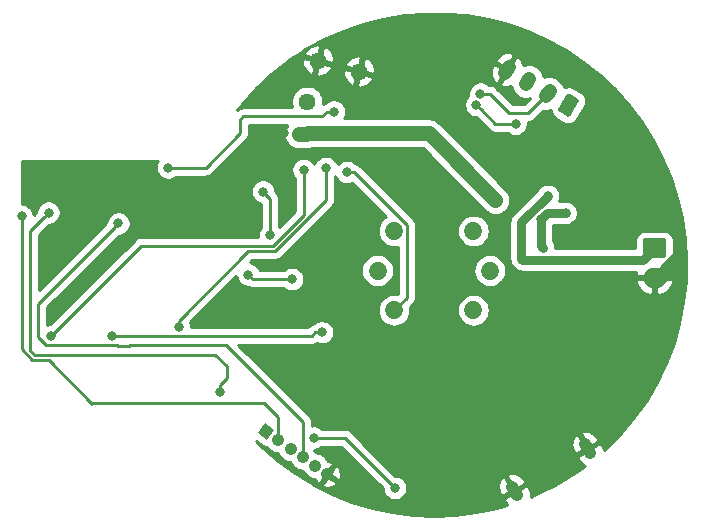
<source format=gbr>
G04 #@! TF.GenerationSoftware,KiCad,Pcbnew,(5.1.2-1)-1*
G04 #@! TF.CreationDate,2019-05-28T12:56:41-07:00*
G04 #@! TF.ProjectId,sensornode,73656e73-6f72-46e6-9f64-652e6b696361,rev?*
G04 #@! TF.SameCoordinates,Original*
G04 #@! TF.FileFunction,Copper,L2,Bot*
G04 #@! TF.FilePolarity,Positive*
%FSLAX46Y46*%
G04 Gerber Fmt 4.6, Leading zero omitted, Abs format (unit mm)*
G04 Created by KiCad (PCBNEW (5.1.2-1)-1) date 2019-05-28 12:56:41*
%MOMM*%
%LPD*%
G04 APERTURE LIST*
%ADD10C,1.500000*%
%ADD11C,1.500000*%
%ADD12O,2.000000X1.700000*%
%ADD13C,0.100000*%
%ADD14C,1.700000*%
%ADD15C,1.000000*%
%ADD16C,1.000000*%
%ADD17C,1.200000*%
%ADD18C,1.200000*%
%ADD19C,1.050000*%
%ADD20C,1.050000*%
%ADD21C,1.440000*%
%ADD22C,0.800000*%
%ADD23C,1.250000*%
%ADD24C,0.750000*%
%ADD25C,0.250000*%
%ADD26C,0.254000*%
G04 APERTURE END LIST*
D10*
X187541243Y-78041243D03*
D11*
X187541243Y-78041243D02*
X187541243Y-78041243D01*
D10*
X186150000Y-81400000D03*
D11*
X186150000Y-81400000D02*
X186150000Y-81400000D01*
D10*
X187541243Y-84758757D03*
D11*
X187541243Y-84758757D02*
X187541243Y-84758757D01*
D10*
X194258757Y-84758757D03*
D11*
X194258757Y-84758757D02*
X194258757Y-84758757D01*
D10*
X195650000Y-81400000D03*
D11*
X195650000Y-81400000D02*
X195650000Y-81400000D01*
D10*
X194258757Y-78041243D03*
D11*
X194258757Y-78041243D02*
X194258757Y-78041243D01*
D12*
X209600000Y-82000000D03*
D13*
G36*
X210374504Y-78651204D02*
G01*
X210398773Y-78654804D01*
X210422571Y-78660765D01*
X210445671Y-78669030D01*
X210467849Y-78679520D01*
X210488893Y-78692133D01*
X210508598Y-78706747D01*
X210526777Y-78723223D01*
X210543253Y-78741402D01*
X210557867Y-78761107D01*
X210570480Y-78782151D01*
X210580970Y-78804329D01*
X210589235Y-78827429D01*
X210595196Y-78851227D01*
X210598796Y-78875496D01*
X210600000Y-78900000D01*
X210600000Y-80100000D01*
X210598796Y-80124504D01*
X210595196Y-80148773D01*
X210589235Y-80172571D01*
X210580970Y-80195671D01*
X210570480Y-80217849D01*
X210557867Y-80238893D01*
X210543253Y-80258598D01*
X210526777Y-80276777D01*
X210508598Y-80293253D01*
X210488893Y-80307867D01*
X210467849Y-80320480D01*
X210445671Y-80330970D01*
X210422571Y-80339235D01*
X210398773Y-80345196D01*
X210374504Y-80348796D01*
X210350000Y-80350000D01*
X208850000Y-80350000D01*
X208825496Y-80348796D01*
X208801227Y-80345196D01*
X208777429Y-80339235D01*
X208754329Y-80330970D01*
X208732151Y-80320480D01*
X208711107Y-80307867D01*
X208691402Y-80293253D01*
X208673223Y-80276777D01*
X208656747Y-80258598D01*
X208642133Y-80238893D01*
X208629520Y-80217849D01*
X208619030Y-80195671D01*
X208610765Y-80172571D01*
X208604804Y-80148773D01*
X208601204Y-80124504D01*
X208600000Y-80100000D01*
X208600000Y-78900000D01*
X208601204Y-78875496D01*
X208604804Y-78851227D01*
X208610765Y-78827429D01*
X208619030Y-78804329D01*
X208629520Y-78782151D01*
X208642133Y-78761107D01*
X208656747Y-78741402D01*
X208673223Y-78723223D01*
X208691402Y-78706747D01*
X208711107Y-78692133D01*
X208732151Y-78679520D01*
X208754329Y-78669030D01*
X208777429Y-78660765D01*
X208801227Y-78654804D01*
X208825496Y-78651204D01*
X208850000Y-78650000D01*
X210350000Y-78650000D01*
X210374504Y-78651204D01*
X210374504Y-78651204D01*
G37*
D14*
X209600000Y-79500000D03*
D15*
X181901615Y-98667210D03*
D16*
X181901615Y-98667210D02*
X181901615Y-98667210D01*
D15*
X180861292Y-97938768D03*
D16*
X180861292Y-97938768D02*
X180861292Y-97938768D01*
D15*
X179820969Y-97210326D03*
D16*
X179820969Y-97210326D02*
X179820969Y-97210326D01*
D15*
X178780646Y-96481884D03*
D16*
X178780646Y-96481884D02*
X178780646Y-96481884D01*
D15*
X177740323Y-95753442D03*
D16*
X177740323Y-95753442D02*
X177740323Y-95753442D01*
D15*
X176700000Y-95025000D03*
D13*
G36*
X176822788Y-95721364D02*
G01*
X176003636Y-95147788D01*
X176577212Y-94328636D01*
X177396364Y-94902212D01*
X176822788Y-95721364D01*
X176822788Y-95721364D01*
G37*
D17*
X197103848Y-64400000D03*
D18*
X196966348Y-64638157D02*
X197241348Y-64161843D01*
D17*
X198835898Y-65400000D03*
D18*
X198698398Y-65638157D02*
X198973398Y-65161843D01*
D17*
X200567949Y-66400000D03*
D18*
X200430449Y-66638157D02*
X200705449Y-66161843D01*
D13*
G36*
X202342022Y-66435873D02*
G01*
X202366160Y-66440265D01*
X202389751Y-66447001D01*
X202412567Y-66456018D01*
X202434391Y-66467228D01*
X203040610Y-66817229D01*
X203061229Y-66830523D01*
X203080446Y-66845775D01*
X203098075Y-66862837D01*
X203113948Y-66881544D01*
X203127910Y-66901718D01*
X203139827Y-66923162D01*
X203149586Y-66945672D01*
X203157091Y-66969030D01*
X203162270Y-66993010D01*
X203165074Y-67017383D01*
X203165475Y-67041914D01*
X203163470Y-67066366D01*
X203159078Y-67090503D01*
X203152342Y-67114094D01*
X203143325Y-67136910D01*
X203132115Y-67158734D01*
X202507114Y-68241267D01*
X202493820Y-68261886D01*
X202478568Y-68281103D01*
X202461506Y-68298732D01*
X202442799Y-68314605D01*
X202422625Y-68328567D01*
X202401181Y-68340484D01*
X202378671Y-68350243D01*
X202355313Y-68357748D01*
X202331333Y-68362927D01*
X202306960Y-68365731D01*
X202282429Y-68366132D01*
X202257978Y-68364127D01*
X202233840Y-68359735D01*
X202210249Y-68352999D01*
X202187433Y-68343982D01*
X202165609Y-68332772D01*
X201559390Y-67982771D01*
X201538771Y-67969477D01*
X201519554Y-67954225D01*
X201501925Y-67937163D01*
X201486052Y-67918456D01*
X201472090Y-67898282D01*
X201460173Y-67876838D01*
X201450414Y-67854328D01*
X201442909Y-67830970D01*
X201437730Y-67806990D01*
X201434926Y-67782617D01*
X201434525Y-67758086D01*
X201436530Y-67733634D01*
X201440922Y-67709497D01*
X201447658Y-67685906D01*
X201456675Y-67663090D01*
X201467885Y-67641266D01*
X202092886Y-66558733D01*
X202106180Y-66538114D01*
X202121432Y-66518897D01*
X202138494Y-66501268D01*
X202157201Y-66485395D01*
X202177375Y-66471433D01*
X202198819Y-66459516D01*
X202221329Y-66449757D01*
X202244687Y-66442252D01*
X202268667Y-66437073D01*
X202293040Y-66434269D01*
X202317571Y-66433868D01*
X202342022Y-66435873D01*
X202342022Y-66435873D01*
G37*
D17*
X202300000Y-67400000D03*
D19*
X203936041Y-96481730D03*
D20*
X203723541Y-96113669D02*
X204148541Y-96849791D01*
D19*
X197743959Y-100056730D03*
D20*
X197956459Y-100424791D02*
X197531459Y-99688669D01*
D21*
X184589409Y-64550000D03*
X181119705Y-63620295D03*
X180190000Y-67090000D03*
D22*
X177500000Y-85475000D03*
X173975000Y-82825000D03*
X178186126Y-69735000D03*
X177475030Y-73324970D03*
X210100000Y-74175000D03*
X200575000Y-75075000D03*
X158470246Y-86974990D03*
X179883334Y-72867802D03*
X179500000Y-69875000D03*
X196125000Y-75425000D03*
X158300000Y-76500000D03*
X172775000Y-91650000D03*
X156000400Y-76800466D03*
X180725000Y-95550000D03*
X187612388Y-99808335D03*
X164200000Y-77400000D03*
X197828168Y-68979156D03*
X194505497Y-67363798D03*
X182450000Y-67950000D03*
X168425000Y-72679998D03*
X181775000Y-72725000D03*
X194850000Y-66425000D03*
X169325000Y-86199990D03*
X202075000Y-76525000D03*
X199981310Y-77047564D03*
X200161633Y-79497575D03*
X178925000Y-82125000D03*
X175200010Y-81742874D03*
X176448382Y-74719611D03*
X177050000Y-78425000D03*
X183575000Y-73075000D03*
X181425000Y-86625000D03*
X163625000Y-86925000D03*
D23*
X176625000Y-85475000D02*
X173975000Y-82825000D01*
X177500000Y-85475000D02*
X176625000Y-85475000D01*
X211425010Y-80545286D02*
X209970296Y-82000000D01*
X209970296Y-82000000D02*
X209600000Y-82000000D01*
D24*
X198325000Y-80386106D02*
X198325000Y-77325000D01*
X198411471Y-80472577D02*
X198325000Y-80386106D01*
X198325000Y-77325000D02*
X200575000Y-75075000D01*
X208627423Y-80472577D02*
X198411471Y-80472577D01*
X209600000Y-79500000D02*
X208627423Y-80472577D01*
D25*
X158470246Y-86974990D02*
X166145234Y-79300002D01*
X179883334Y-76689670D02*
X179883334Y-72867802D01*
X177273002Y-79300002D02*
X179883334Y-76689670D01*
X166145234Y-79300002D02*
X177273002Y-79300002D01*
D23*
X190475000Y-69775000D02*
X196125000Y-75425000D01*
X180225000Y-69775000D02*
X190475000Y-69775000D01*
X180125000Y-69875000D02*
X179500000Y-69875000D01*
X180225000Y-69775000D02*
X180125000Y-69875000D01*
D25*
X156749989Y-78050011D02*
X157900001Y-76899999D01*
X157900001Y-76899999D02*
X158300000Y-76500000D01*
X157113600Y-88550011D02*
X156749989Y-88186400D01*
X156749989Y-88186400D02*
X156749989Y-78050011D01*
X172775000Y-91084315D02*
X173375000Y-90484315D01*
X172775000Y-91650000D02*
X172775000Y-91084315D01*
X173375000Y-90484315D02*
X173375000Y-89500000D01*
X172425011Y-88550011D02*
X157113600Y-88550011D01*
X173375000Y-89500000D02*
X172425011Y-88550011D01*
X161986860Y-92648362D02*
X176546364Y-92648362D01*
X156927200Y-89000022D02*
X158300022Y-89000022D01*
X158300022Y-89000022D02*
X161967611Y-92667611D01*
X176546364Y-92648362D02*
X177740323Y-93842321D01*
X161967611Y-92667611D02*
X161986860Y-92648362D01*
X156000400Y-76800466D02*
X156000400Y-88073222D01*
X156000400Y-88073222D02*
X156927200Y-89000022D01*
X177740323Y-93842321D02*
X177740323Y-95753442D01*
X183354053Y-95550000D02*
X187612388Y-99808335D01*
X180725000Y-95550000D02*
X183354053Y-95550000D01*
X164076996Y-87700000D02*
X158100000Y-87700000D01*
X164201998Y-87825002D02*
X164076996Y-87700000D01*
X165223004Y-87700000D02*
X165098002Y-87825002D01*
X165098002Y-87825002D02*
X164201998Y-87825002D01*
X157400000Y-87000000D02*
X157400000Y-84200000D01*
X163800001Y-77799999D02*
X164200000Y-77400000D01*
X179820969Y-97210326D02*
X179820969Y-94210969D01*
X158100000Y-87700000D02*
X157400000Y-87000000D01*
X157400000Y-84200000D02*
X163800001Y-77799999D01*
X173310000Y-87700000D02*
X165223004Y-87700000D01*
X179820969Y-94210969D02*
X173310000Y-87700000D01*
X196120855Y-68979156D02*
X194905496Y-67763797D01*
X197828168Y-68979156D02*
X196120855Y-68979156D01*
X194905496Y-67763797D02*
X194505497Y-67363798D01*
X181884315Y-67950000D02*
X182450000Y-67950000D01*
X174771085Y-68350000D02*
X181484315Y-68350000D01*
X174500000Y-69775000D02*
X174500000Y-68621085D01*
X174500000Y-68621085D02*
X174771085Y-68350000D01*
X181484315Y-68350000D02*
X181884315Y-67950000D01*
X171595002Y-72679998D02*
X174500000Y-69775000D01*
X168425000Y-72679998D02*
X171595002Y-72679998D01*
X195650000Y-66425000D02*
X194850000Y-66425000D01*
X197300000Y-68075000D02*
X195650000Y-66425000D01*
X181775000Y-75434415D02*
X177459402Y-79750013D01*
X181775000Y-72725000D02*
X181775000Y-75434415D01*
X175209292Y-79750013D02*
X169325000Y-85634305D01*
X169325000Y-85634305D02*
X169325000Y-86199990D01*
X177459402Y-79750013D02*
X175209292Y-79750013D01*
X198892949Y-68075000D02*
X200567949Y-66400000D01*
X197300000Y-68075000D02*
X198892949Y-68075000D01*
D24*
X200503874Y-76525000D02*
X200381309Y-76647565D01*
X202075000Y-76525000D02*
X200503874Y-76525000D01*
X199981310Y-77047564D02*
X199981310Y-79317252D01*
X200381309Y-76647565D02*
X199981310Y-77047564D01*
X199981310Y-79317252D02*
X200161633Y-79497575D01*
D25*
X175582136Y-82125000D02*
X175200010Y-81742874D01*
X178925000Y-82125000D02*
X175582136Y-82125000D01*
X177050000Y-75321229D02*
X177050000Y-78425000D01*
X176448382Y-74719611D02*
X177050000Y-75321229D01*
X183575000Y-73075000D02*
X184140685Y-73075000D01*
X188616244Y-77550559D02*
X184140685Y-73075000D01*
X188616244Y-83683756D02*
X188616244Y-77550559D01*
X187541243Y-84758757D02*
X188616244Y-83683756D01*
X180859315Y-86625000D02*
X180559315Y-86925000D01*
X181425000Y-86625000D02*
X180859315Y-86625000D01*
X180559315Y-86925000D02*
X163625000Y-86925000D01*
D26*
G36*
X191945744Y-59644347D02*
G01*
X193720740Y-59798647D01*
X195476598Y-60100934D01*
X197201012Y-60549090D01*
X198881867Y-61139966D01*
X200507395Y-61869424D01*
X202066168Y-62732337D01*
X203547277Y-63722665D01*
X204940318Y-64833450D01*
X206235532Y-66056913D01*
X207423823Y-67384463D01*
X208496862Y-68806793D01*
X209447114Y-70313913D01*
X210267933Y-71895287D01*
X210953538Y-73539777D01*
X211499131Y-75235869D01*
X211900888Y-76971679D01*
X212155986Y-78735017D01*
X212262638Y-80513501D01*
X212220094Y-82294694D01*
X212028655Y-84066064D01*
X211689659Y-85815223D01*
X211205494Y-87529854D01*
X210579544Y-89197976D01*
X209816205Y-90807866D01*
X208920836Y-92348228D01*
X207899704Y-93808278D01*
X206759994Y-95177743D01*
X205509671Y-96447054D01*
X205292202Y-96633657D01*
X205287803Y-96597182D01*
X205216630Y-96379776D01*
X205004130Y-96011715D01*
X204109526Y-96528215D01*
X204119526Y-96545536D01*
X203899556Y-96672536D01*
X203889556Y-96655215D01*
X202994952Y-97171715D01*
X203207452Y-97539776D01*
X203360144Y-97710116D01*
X203543134Y-97847394D01*
X203712486Y-97928631D01*
X202713040Y-98650297D01*
X201186344Y-99568781D01*
X199588135Y-100356298D01*
X199112111Y-100543155D01*
X199123112Y-100399295D01*
X199095721Y-100172182D01*
X199024548Y-99954776D01*
X198812048Y-99586715D01*
X197917444Y-100103215D01*
X197927444Y-100120536D01*
X197707474Y-100247536D01*
X197697474Y-100230215D01*
X196802870Y-100746715D01*
X197015370Y-101114776D01*
X197132494Y-101245437D01*
X196222502Y-101517267D01*
X194478654Y-101882585D01*
X192710358Y-102100699D01*
X190930029Y-102170081D01*
X189150123Y-102090245D01*
X187383148Y-101861751D01*
X185641476Y-101486198D01*
X183937350Y-100966228D01*
X182282711Y-100305484D01*
X180737871Y-99532956D01*
X181450452Y-99532956D01*
X181521335Y-99736608D01*
X181575943Y-99754491D01*
X181794318Y-99797135D01*
X182016817Y-99796356D01*
X182234889Y-99752185D01*
X182440153Y-99666319D01*
X182624722Y-99542057D01*
X182622635Y-99327112D01*
X181932803Y-98844087D01*
X181450452Y-99532956D01*
X180737871Y-99532956D01*
X180689165Y-99508600D01*
X179167889Y-98581166D01*
X177729546Y-97529683D01*
X176384239Y-96361533D01*
X175869514Y-95832817D01*
X176456805Y-96244042D01*
X176565807Y-96305399D01*
X176684684Y-96344311D01*
X176775008Y-96355201D01*
X176792039Y-96387065D01*
X176933874Y-96559891D01*
X177106700Y-96701726D01*
X177303876Y-96807118D01*
X177517824Y-96872019D01*
X177684571Y-96888442D01*
X177717903Y-96888442D01*
X177726970Y-96918331D01*
X177832362Y-97115507D01*
X177974197Y-97288333D01*
X178147023Y-97430168D01*
X178344199Y-97535560D01*
X178558147Y-97600461D01*
X178724894Y-97616884D01*
X178758226Y-97616884D01*
X178767293Y-97646773D01*
X178872685Y-97843949D01*
X179014520Y-98016775D01*
X179187346Y-98158610D01*
X179384522Y-98264002D01*
X179598470Y-98328903D01*
X179765217Y-98345326D01*
X179798549Y-98345326D01*
X179807616Y-98375215D01*
X179913008Y-98572391D01*
X180054843Y-98745217D01*
X180227669Y-98887052D01*
X180424845Y-98992444D01*
X180638793Y-99057345D01*
X180805540Y-99073768D01*
X180847469Y-99073768D01*
X180876531Y-99154493D01*
X180991291Y-99345113D01*
X181026773Y-99390312D01*
X181242387Y-99387267D01*
X181724738Y-98698398D01*
X181712943Y-98690139D01*
X181757355Y-98636022D01*
X182078492Y-98636022D01*
X182768323Y-99119047D01*
X182971020Y-99047493D01*
X183024661Y-98831555D01*
X183035144Y-98609302D01*
X183002067Y-98389274D01*
X182926699Y-98179927D01*
X182811939Y-97989307D01*
X182776457Y-97944108D01*
X182560843Y-97947153D01*
X182078492Y-98636022D01*
X181757355Y-98636022D01*
X181809576Y-98572391D01*
X181858064Y-98481676D01*
X181870427Y-98490333D01*
X182352778Y-97801464D01*
X182281895Y-97597812D01*
X182227287Y-97579929D01*
X182008912Y-97537285D01*
X181925663Y-97537576D01*
X181914968Y-97502321D01*
X181809576Y-97305145D01*
X181667741Y-97132319D01*
X181494915Y-96990484D01*
X181297739Y-96885092D01*
X181083791Y-96820191D01*
X180917044Y-96803768D01*
X180883712Y-96803768D01*
X180874645Y-96773879D01*
X180773688Y-96585000D01*
X180826939Y-96585000D01*
X181026898Y-96545226D01*
X181215256Y-96467205D01*
X181384774Y-96353937D01*
X181428711Y-96310000D01*
X183039252Y-96310000D01*
X186577388Y-99848137D01*
X186577388Y-99910274D01*
X186617162Y-100110233D01*
X186695183Y-100298591D01*
X186808451Y-100468109D01*
X186952614Y-100612272D01*
X187122132Y-100725540D01*
X187310490Y-100803561D01*
X187510449Y-100843335D01*
X187714327Y-100843335D01*
X187914286Y-100803561D01*
X188102644Y-100725540D01*
X188272162Y-100612272D01*
X188416325Y-100468109D01*
X188529593Y-100298591D01*
X188607614Y-100110233D01*
X188647388Y-99910274D01*
X188647388Y-99714165D01*
X196364806Y-99714165D01*
X196392197Y-99941278D01*
X196463370Y-100158684D01*
X196675870Y-100526745D01*
X197570474Y-100010245D01*
X196924892Y-98892065D01*
X196707138Y-98872523D01*
X196547258Y-99061710D01*
X196443855Y-99265766D01*
X196382249Y-99486073D01*
X196364806Y-99714165D01*
X188647388Y-99714165D01*
X188647388Y-99706396D01*
X188607614Y-99506437D01*
X188529593Y-99318079D01*
X188416325Y-99148561D01*
X188272162Y-99004398D01*
X188102644Y-98891130D01*
X187914286Y-98813109D01*
X187714327Y-98773335D01*
X187652190Y-98773335D01*
X187643920Y-98765065D01*
X197144863Y-98765065D01*
X197790444Y-99883245D01*
X198685048Y-99366745D01*
X198472548Y-98998684D01*
X198319856Y-98828344D01*
X198136866Y-98691066D01*
X197930610Y-98592126D01*
X197709016Y-98535325D01*
X197480597Y-98522846D01*
X197236816Y-98566713D01*
X197144863Y-98765065D01*
X187643920Y-98765065D01*
X185018020Y-96139165D01*
X202556888Y-96139165D01*
X202584279Y-96366278D01*
X202655452Y-96583684D01*
X202867952Y-96951745D01*
X203762556Y-96435245D01*
X203116974Y-95317065D01*
X202899220Y-95297523D01*
X202739340Y-95486710D01*
X202635937Y-95690766D01*
X202574331Y-95911073D01*
X202556888Y-96139165D01*
X185018020Y-96139165D01*
X184068920Y-95190065D01*
X203336945Y-95190065D01*
X203982526Y-96308245D01*
X204877130Y-95791745D01*
X204664630Y-95423684D01*
X204511938Y-95253344D01*
X204328948Y-95116066D01*
X204122692Y-95017126D01*
X203901098Y-94960325D01*
X203672679Y-94947846D01*
X203428898Y-94991713D01*
X203336945Y-95190065D01*
X184068920Y-95190065D01*
X183917857Y-95039003D01*
X183894054Y-95009999D01*
X183778329Y-94915026D01*
X183646300Y-94844454D01*
X183503039Y-94800997D01*
X183391386Y-94790000D01*
X183391375Y-94790000D01*
X183354053Y-94786324D01*
X183316731Y-94790000D01*
X181428711Y-94790000D01*
X181384774Y-94746063D01*
X181215256Y-94632795D01*
X181026898Y-94554774D01*
X180826939Y-94515000D01*
X180623061Y-94515000D01*
X180580969Y-94523373D01*
X180580969Y-94248294D01*
X180584645Y-94210969D01*
X180580969Y-94173644D01*
X180580969Y-94173636D01*
X180569972Y-94061983D01*
X180526515Y-93918722D01*
X180455943Y-93786693D01*
X180360970Y-93670968D01*
X180331972Y-93647170D01*
X174369801Y-87685000D01*
X180521993Y-87685000D01*
X180559315Y-87688676D01*
X180596637Y-87685000D01*
X180596648Y-87685000D01*
X180708301Y-87674003D01*
X180851562Y-87630546D01*
X180980994Y-87561362D01*
X181123102Y-87620226D01*
X181323061Y-87660000D01*
X181526939Y-87660000D01*
X181726898Y-87620226D01*
X181915256Y-87542205D01*
X182084774Y-87428937D01*
X182228937Y-87284774D01*
X182342205Y-87115256D01*
X182420226Y-86926898D01*
X182460000Y-86726939D01*
X182460000Y-86523061D01*
X182420226Y-86323102D01*
X182342205Y-86134744D01*
X182228937Y-85965226D01*
X182084774Y-85821063D01*
X181915256Y-85707795D01*
X181726898Y-85629774D01*
X181526939Y-85590000D01*
X181323061Y-85590000D01*
X181123102Y-85629774D01*
X180934744Y-85707795D01*
X180765226Y-85821063D01*
X180710276Y-85876013D01*
X180567068Y-85919454D01*
X180435039Y-85990026D01*
X180319314Y-86084999D01*
X180295511Y-86114003D01*
X180244514Y-86165000D01*
X170360000Y-86165000D01*
X170360000Y-86098051D01*
X170320226Y-85898092D01*
X170266271Y-85767835D01*
X174169039Y-81865068D01*
X174204784Y-82044772D01*
X174282805Y-82233130D01*
X174396073Y-82402648D01*
X174540236Y-82546811D01*
X174709754Y-82660079D01*
X174898112Y-82738100D01*
X175098071Y-82777874D01*
X175191348Y-82777874D01*
X175289889Y-82830546D01*
X175433150Y-82874003D01*
X175544803Y-82885000D01*
X175544811Y-82885000D01*
X175582136Y-82888676D01*
X175619461Y-82885000D01*
X178221289Y-82885000D01*
X178265226Y-82928937D01*
X178434744Y-83042205D01*
X178623102Y-83120226D01*
X178823061Y-83160000D01*
X179026939Y-83160000D01*
X179226898Y-83120226D01*
X179415256Y-83042205D01*
X179584774Y-82928937D01*
X179728937Y-82784774D01*
X179842205Y-82615256D01*
X179920226Y-82426898D01*
X179960000Y-82226939D01*
X179960000Y-82023061D01*
X179920226Y-81823102D01*
X179842205Y-81634744D01*
X179728937Y-81465226D01*
X179663711Y-81400000D01*
X184758299Y-81400000D01*
X184785040Y-81671507D01*
X184864236Y-81932581D01*
X184992843Y-82173188D01*
X185165919Y-82384081D01*
X185376812Y-82557157D01*
X185617419Y-82685764D01*
X185878493Y-82764960D01*
X186081963Y-82785000D01*
X186218037Y-82785000D01*
X186421507Y-82764960D01*
X186682581Y-82685764D01*
X186923188Y-82557157D01*
X187134081Y-82384081D01*
X187307157Y-82173188D01*
X187435764Y-81932581D01*
X187514960Y-81671507D01*
X187541701Y-81400000D01*
X187514960Y-81128493D01*
X187435764Y-80867419D01*
X187307157Y-80626812D01*
X187134081Y-80415919D01*
X186923188Y-80242843D01*
X186682581Y-80114236D01*
X186421507Y-80035040D01*
X186218037Y-80015000D01*
X186081963Y-80015000D01*
X185878493Y-80035040D01*
X185617419Y-80114236D01*
X185376812Y-80242843D01*
X185165919Y-80415919D01*
X184992843Y-80626812D01*
X184864236Y-80867419D01*
X184785040Y-81128493D01*
X184758299Y-81400000D01*
X179663711Y-81400000D01*
X179584774Y-81321063D01*
X179415256Y-81207795D01*
X179226898Y-81129774D01*
X179026939Y-81090000D01*
X178823061Y-81090000D01*
X178623102Y-81129774D01*
X178434744Y-81207795D01*
X178265226Y-81321063D01*
X178221289Y-81365000D01*
X176163765Y-81365000D01*
X176117215Y-81252618D01*
X176003947Y-81083100D01*
X175859784Y-80938937D01*
X175690266Y-80825669D01*
X175501908Y-80747648D01*
X175322204Y-80711903D01*
X175524094Y-80510013D01*
X177422080Y-80510013D01*
X177459402Y-80513689D01*
X177496724Y-80510013D01*
X177496735Y-80510013D01*
X177608388Y-80499016D01*
X177751649Y-80455559D01*
X177883678Y-80384987D01*
X177999403Y-80290014D01*
X178023206Y-80261010D01*
X182286003Y-75998214D01*
X182315001Y-75974416D01*
X182409974Y-75858691D01*
X182480546Y-75726662D01*
X182524003Y-75583401D01*
X182535000Y-75471748D01*
X182535000Y-75471739D01*
X182538676Y-75434416D01*
X182535000Y-75397093D01*
X182535000Y-73428711D01*
X182578937Y-73384774D01*
X182581468Y-73380987D01*
X182657795Y-73565256D01*
X182771063Y-73734774D01*
X182915226Y-73878937D01*
X183084744Y-73992205D01*
X183273102Y-74070226D01*
X183473061Y-74110000D01*
X183676939Y-74110000D01*
X183876898Y-74070226D01*
X184007155Y-74016271D01*
X186837728Y-76846845D01*
X186768055Y-76884086D01*
X186557162Y-77057162D01*
X186384086Y-77268055D01*
X186255479Y-77508662D01*
X186176283Y-77769736D01*
X186149542Y-78041243D01*
X186176283Y-78312750D01*
X186255479Y-78573824D01*
X186384086Y-78814431D01*
X186557162Y-79025324D01*
X186768055Y-79198400D01*
X187008662Y-79327007D01*
X187269736Y-79406203D01*
X187473206Y-79426243D01*
X187609280Y-79426243D01*
X187812750Y-79406203D01*
X187856245Y-79393009D01*
X187856244Y-83368954D01*
X187827060Y-83398138D01*
X187812750Y-83393797D01*
X187609280Y-83373757D01*
X187473206Y-83373757D01*
X187269736Y-83393797D01*
X187008662Y-83472993D01*
X186768055Y-83601600D01*
X186557162Y-83774676D01*
X186384086Y-83985569D01*
X186255479Y-84226176D01*
X186176283Y-84487250D01*
X186149542Y-84758757D01*
X186176283Y-85030264D01*
X186255479Y-85291338D01*
X186384086Y-85531945D01*
X186557162Y-85742838D01*
X186768055Y-85915914D01*
X187008662Y-86044521D01*
X187269736Y-86123717D01*
X187473206Y-86143757D01*
X187609280Y-86143757D01*
X187812750Y-86123717D01*
X188073824Y-86044521D01*
X188314431Y-85915914D01*
X188525324Y-85742838D01*
X188698400Y-85531945D01*
X188827007Y-85291338D01*
X188906203Y-85030264D01*
X188932944Y-84758757D01*
X192867056Y-84758757D01*
X192893797Y-85030264D01*
X192972993Y-85291338D01*
X193101600Y-85531945D01*
X193274676Y-85742838D01*
X193485569Y-85915914D01*
X193726176Y-86044521D01*
X193987250Y-86123717D01*
X194190720Y-86143757D01*
X194326794Y-86143757D01*
X194530264Y-86123717D01*
X194791338Y-86044521D01*
X195031945Y-85915914D01*
X195242838Y-85742838D01*
X195415914Y-85531945D01*
X195544521Y-85291338D01*
X195623717Y-85030264D01*
X195650458Y-84758757D01*
X195623717Y-84487250D01*
X195544521Y-84226176D01*
X195415914Y-83985569D01*
X195242838Y-83774676D01*
X195031945Y-83601600D01*
X194791338Y-83472993D01*
X194530264Y-83393797D01*
X194326794Y-83373757D01*
X194190720Y-83373757D01*
X193987250Y-83393797D01*
X193726176Y-83472993D01*
X193485569Y-83601600D01*
X193274676Y-83774676D01*
X193101600Y-83985569D01*
X192972993Y-84226176D01*
X192893797Y-84487250D01*
X192867056Y-84758757D01*
X188932944Y-84758757D01*
X188906203Y-84487250D01*
X188901862Y-84472940D01*
X189127248Y-84247554D01*
X189156245Y-84223757D01*
X189191953Y-84180247D01*
X189251218Y-84108033D01*
X189321790Y-83976003D01*
X189325922Y-83962380D01*
X189365247Y-83832742D01*
X189376244Y-83721089D01*
X189376244Y-83721079D01*
X189379920Y-83683756D01*
X189376244Y-83646434D01*
X189376244Y-81400000D01*
X194258299Y-81400000D01*
X194285040Y-81671507D01*
X194364236Y-81932581D01*
X194492843Y-82173188D01*
X194665919Y-82384081D01*
X194876812Y-82557157D01*
X195117419Y-82685764D01*
X195378493Y-82764960D01*
X195581963Y-82785000D01*
X195718037Y-82785000D01*
X195921507Y-82764960D01*
X196182581Y-82685764D01*
X196423188Y-82557157D01*
X196634081Y-82384081D01*
X196656396Y-82356890D01*
X208008524Y-82356890D01*
X208010446Y-82369261D01*
X208110146Y-82643009D01*
X208261336Y-82892046D01*
X208458205Y-83106802D01*
X208693188Y-83279025D01*
X208957255Y-83402096D01*
X209240258Y-83471285D01*
X209473000Y-83327232D01*
X209473000Y-82127000D01*
X209727000Y-82127000D01*
X209727000Y-83327232D01*
X209959742Y-83471285D01*
X210242745Y-83402096D01*
X210506812Y-83279025D01*
X210741795Y-83106802D01*
X210938664Y-82892046D01*
X211089854Y-82643009D01*
X211189554Y-82369261D01*
X211191476Y-82356890D01*
X211070155Y-82127000D01*
X209727000Y-82127000D01*
X209473000Y-82127000D01*
X208129845Y-82127000D01*
X208008524Y-82356890D01*
X196656396Y-82356890D01*
X196807157Y-82173188D01*
X196935764Y-81932581D01*
X197014960Y-81671507D01*
X197041701Y-81400000D01*
X197014960Y-81128493D01*
X196935764Y-80867419D01*
X196807157Y-80626812D01*
X196634081Y-80415919D01*
X196423188Y-80242843D01*
X196182581Y-80114236D01*
X195921507Y-80035040D01*
X195718037Y-80015000D01*
X195581963Y-80015000D01*
X195378493Y-80035040D01*
X195117419Y-80114236D01*
X194876812Y-80242843D01*
X194665919Y-80415919D01*
X194492843Y-80626812D01*
X194364236Y-80867419D01*
X194285040Y-81128493D01*
X194258299Y-81400000D01*
X189376244Y-81400000D01*
X189376244Y-78041243D01*
X192867056Y-78041243D01*
X192893797Y-78312750D01*
X192972993Y-78573824D01*
X193101600Y-78814431D01*
X193274676Y-79025324D01*
X193485569Y-79198400D01*
X193726176Y-79327007D01*
X193987250Y-79406203D01*
X194190720Y-79426243D01*
X194326794Y-79426243D01*
X194530264Y-79406203D01*
X194791338Y-79327007D01*
X195031945Y-79198400D01*
X195242838Y-79025324D01*
X195415914Y-78814431D01*
X195544521Y-78573824D01*
X195623717Y-78312750D01*
X195650458Y-78041243D01*
X195623717Y-77769736D01*
X195544521Y-77508662D01*
X195446352Y-77325000D01*
X197310114Y-77325000D01*
X197315001Y-77374617D01*
X197315000Y-80336498D01*
X197310114Y-80386106D01*
X197329615Y-80584100D01*
X197334422Y-80599945D01*
X197387368Y-80774485D01*
X197481153Y-80949946D01*
X197607367Y-81103739D01*
X197645906Y-81135367D01*
X197662210Y-81151671D01*
X197693838Y-81190210D01*
X197847631Y-81316424D01*
X198023091Y-81410209D01*
X198213477Y-81467962D01*
X198361863Y-81482577D01*
X198361873Y-81482577D01*
X198411470Y-81487462D01*
X198461068Y-81482577D01*
X208064407Y-81482577D01*
X208010446Y-81630739D01*
X208008524Y-81643110D01*
X208129845Y-81873000D01*
X209473000Y-81873000D01*
X209473000Y-81853000D01*
X209727000Y-81853000D01*
X209727000Y-81873000D01*
X211070155Y-81873000D01*
X211191476Y-81643110D01*
X211189554Y-81630739D01*
X211089854Y-81356991D01*
X210938664Y-81107954D01*
X210741795Y-80893198D01*
X210741407Y-80892914D01*
X210843386Y-80838405D01*
X210977962Y-80727962D01*
X211088405Y-80593386D01*
X211170472Y-80439850D01*
X211221008Y-80273254D01*
X211238072Y-80100000D01*
X211238072Y-78900000D01*
X211221008Y-78726746D01*
X211170472Y-78560150D01*
X211088405Y-78406614D01*
X210977962Y-78272038D01*
X210843386Y-78161595D01*
X210689850Y-78079528D01*
X210523254Y-78028992D01*
X210350000Y-78011928D01*
X208850000Y-78011928D01*
X208676746Y-78028992D01*
X208510150Y-78079528D01*
X208356614Y-78161595D01*
X208222038Y-78272038D01*
X208111595Y-78406614D01*
X208029528Y-78560150D01*
X207978992Y-78726746D01*
X207961928Y-78900000D01*
X207961928Y-79462577D01*
X201196633Y-79462577D01*
X201196633Y-79395636D01*
X201156859Y-79195677D01*
X201078838Y-79007319D01*
X200991310Y-78876324D01*
X200991310Y-77535000D01*
X201847377Y-77535000D01*
X201973061Y-77560000D01*
X202176939Y-77560000D01*
X202376898Y-77520226D01*
X202565256Y-77442205D01*
X202734774Y-77328937D01*
X202878937Y-77184774D01*
X202992205Y-77015256D01*
X203070226Y-76826898D01*
X203110000Y-76626939D01*
X203110000Y-76423061D01*
X203070226Y-76223102D01*
X202992205Y-76034744D01*
X202878937Y-75865226D01*
X202734774Y-75721063D01*
X202565256Y-75607795D01*
X202376898Y-75529774D01*
X202176939Y-75490000D01*
X201973061Y-75490000D01*
X201847377Y-75515000D01*
X201513022Y-75515000D01*
X201570226Y-75376898D01*
X201610000Y-75176939D01*
X201610000Y-74973061D01*
X201570226Y-74773102D01*
X201492205Y-74584744D01*
X201378937Y-74415226D01*
X201234774Y-74271063D01*
X201065256Y-74157795D01*
X200876898Y-74079774D01*
X200676939Y-74040000D01*
X200473061Y-74040000D01*
X200273102Y-74079774D01*
X200084744Y-74157795D01*
X199915226Y-74271063D01*
X199771063Y-74415226D01*
X199699870Y-74521774D01*
X197645901Y-76575744D01*
X197607368Y-76607367D01*
X197575745Y-76645900D01*
X197575744Y-76645901D01*
X197481154Y-76761160D01*
X197387368Y-76936621D01*
X197329615Y-77127006D01*
X197310114Y-77325000D01*
X195446352Y-77325000D01*
X195415914Y-77268055D01*
X195242838Y-77057162D01*
X195031945Y-76884086D01*
X194791338Y-76755479D01*
X194530264Y-76676283D01*
X194326794Y-76656243D01*
X194190720Y-76656243D01*
X193987250Y-76676283D01*
X193726176Y-76755479D01*
X193485569Y-76884086D01*
X193274676Y-77057162D01*
X193101600Y-77268055D01*
X192972993Y-77508662D01*
X192893797Y-77769736D01*
X192867056Y-78041243D01*
X189376244Y-78041243D01*
X189376244Y-77587881D01*
X189379920Y-77550558D01*
X189376244Y-77513235D01*
X189376244Y-77513226D01*
X189365247Y-77401573D01*
X189321790Y-77258312D01*
X189251218Y-77126283D01*
X189156245Y-77010558D01*
X189127247Y-76986760D01*
X184704489Y-72564003D01*
X184680686Y-72534999D01*
X184564961Y-72440026D01*
X184432932Y-72369454D01*
X184289724Y-72326013D01*
X184234774Y-72271063D01*
X184065256Y-72157795D01*
X183876898Y-72079774D01*
X183676939Y-72040000D01*
X183473061Y-72040000D01*
X183273102Y-72079774D01*
X183084744Y-72157795D01*
X182915226Y-72271063D01*
X182771063Y-72415226D01*
X182768532Y-72419013D01*
X182692205Y-72234744D01*
X182578937Y-72065226D01*
X182434774Y-71921063D01*
X182265256Y-71807795D01*
X182076898Y-71729774D01*
X181876939Y-71690000D01*
X181673061Y-71690000D01*
X181473102Y-71729774D01*
X181284744Y-71807795D01*
X181115226Y-71921063D01*
X180971063Y-72065226D01*
X180857795Y-72234744D01*
X180799369Y-72375795D01*
X180687271Y-72208028D01*
X180543108Y-72063865D01*
X180373590Y-71950597D01*
X180185232Y-71872576D01*
X179985273Y-71832802D01*
X179781395Y-71832802D01*
X179581436Y-71872576D01*
X179393078Y-71950597D01*
X179223560Y-72063865D01*
X179079397Y-72208028D01*
X178966129Y-72377546D01*
X178888108Y-72565904D01*
X178848334Y-72765863D01*
X178848334Y-72969741D01*
X178888108Y-73169700D01*
X178966129Y-73358058D01*
X179079397Y-73527576D01*
X179123335Y-73571514D01*
X179123334Y-76374868D01*
X177810000Y-77688203D01*
X177810000Y-75358551D01*
X177813676Y-75321228D01*
X177810000Y-75283905D01*
X177810000Y-75283896D01*
X177799003Y-75172243D01*
X177755546Y-75028982D01*
X177684974Y-74896953D01*
X177590001Y-74781228D01*
X177561004Y-74757431D01*
X177483382Y-74679809D01*
X177483382Y-74617672D01*
X177443608Y-74417713D01*
X177365587Y-74229355D01*
X177252319Y-74059837D01*
X177108156Y-73915674D01*
X176938638Y-73802406D01*
X176750280Y-73724385D01*
X176550321Y-73684611D01*
X176346443Y-73684611D01*
X176146484Y-73724385D01*
X175958126Y-73802406D01*
X175788608Y-73915674D01*
X175644445Y-74059837D01*
X175531177Y-74229355D01*
X175453156Y-74417713D01*
X175413382Y-74617672D01*
X175413382Y-74821550D01*
X175453156Y-75021509D01*
X175531177Y-75209867D01*
X175644445Y-75379385D01*
X175788608Y-75523548D01*
X175958126Y-75636816D01*
X176146484Y-75714837D01*
X176290000Y-75743384D01*
X176290001Y-77721288D01*
X176246063Y-77765226D01*
X176132795Y-77934744D01*
X176054774Y-78123102D01*
X176015000Y-78323061D01*
X176015000Y-78526939D01*
X176017598Y-78540002D01*
X166182556Y-78540002D01*
X166145233Y-78536326D01*
X166107910Y-78540002D01*
X166107901Y-78540002D01*
X165996248Y-78550999D01*
X165867637Y-78590012D01*
X165852987Y-78594456D01*
X165720957Y-78665028D01*
X165664613Y-78711269D01*
X165605233Y-78760001D01*
X165581435Y-78788999D01*
X158430445Y-85939990D01*
X158368307Y-85939990D01*
X158168348Y-85979764D01*
X158160000Y-85983222D01*
X158160000Y-84514801D01*
X164239802Y-78435000D01*
X164301939Y-78435000D01*
X164501898Y-78395226D01*
X164690256Y-78317205D01*
X164859774Y-78203937D01*
X165003937Y-78059774D01*
X165117205Y-77890256D01*
X165195226Y-77701898D01*
X165235000Y-77501939D01*
X165235000Y-77298061D01*
X165195226Y-77098102D01*
X165117205Y-76909744D01*
X165003937Y-76740226D01*
X164859774Y-76596063D01*
X164690256Y-76482795D01*
X164501898Y-76404774D01*
X164301939Y-76365000D01*
X164098061Y-76365000D01*
X163898102Y-76404774D01*
X163709744Y-76482795D01*
X163540226Y-76596063D01*
X163396063Y-76740226D01*
X163282795Y-76909744D01*
X163204774Y-77098102D01*
X163165000Y-77298061D01*
X163165000Y-77360198D01*
X157509989Y-83015210D01*
X157509989Y-78364812D01*
X158339802Y-77535000D01*
X158401939Y-77535000D01*
X158601898Y-77495226D01*
X158790256Y-77417205D01*
X158959774Y-77303937D01*
X159103937Y-77159774D01*
X159217205Y-76990256D01*
X159295226Y-76801898D01*
X159335000Y-76601939D01*
X159335000Y-76398061D01*
X159295226Y-76198102D01*
X159217205Y-76009744D01*
X159103937Y-75840226D01*
X158959774Y-75696063D01*
X158790256Y-75582795D01*
X158601898Y-75504774D01*
X158401939Y-75465000D01*
X158198061Y-75465000D01*
X157998102Y-75504774D01*
X157809744Y-75582795D01*
X157640226Y-75696063D01*
X157496063Y-75840226D01*
X157382795Y-76009744D01*
X157304774Y-76198102D01*
X157265000Y-76398061D01*
X157265000Y-76460198D01*
X157033952Y-76691246D01*
X156995626Y-76498568D01*
X156917605Y-76310210D01*
X156804337Y-76140692D01*
X156660174Y-75996529D01*
X156490656Y-75883261D01*
X156302298Y-75805240D01*
X156102339Y-75765466D01*
X156040204Y-75765466D01*
X156056943Y-72159967D01*
X167528067Y-72159402D01*
X167507795Y-72189742D01*
X167429774Y-72378100D01*
X167390000Y-72578059D01*
X167390000Y-72781937D01*
X167429774Y-72981896D01*
X167507795Y-73170254D01*
X167621063Y-73339772D01*
X167765226Y-73483935D01*
X167934744Y-73597203D01*
X168123102Y-73675224D01*
X168323061Y-73714998D01*
X168526939Y-73714998D01*
X168726898Y-73675224D01*
X168915256Y-73597203D01*
X169084774Y-73483935D01*
X169128711Y-73439998D01*
X171557680Y-73439998D01*
X171595002Y-73443674D01*
X171632324Y-73439998D01*
X171632335Y-73439998D01*
X171743988Y-73429001D01*
X171887249Y-73385544D01*
X172019278Y-73314972D01*
X172135003Y-73219999D01*
X172158806Y-73190995D01*
X175011004Y-70338798D01*
X175040001Y-70315001D01*
X175134974Y-70199276D01*
X175205546Y-70067247D01*
X175249003Y-69923986D01*
X175260000Y-69812333D01*
X175260000Y-69812332D01*
X175263677Y-69775000D01*
X175260000Y-69737667D01*
X175260000Y-69110000D01*
X178497830Y-69110000D01*
X178447280Y-69171595D01*
X178330280Y-69390486D01*
X178258232Y-69627997D01*
X178233904Y-69875000D01*
X178258232Y-70122003D01*
X178330280Y-70359514D01*
X178447280Y-70578405D01*
X178604735Y-70770265D01*
X178796595Y-70927720D01*
X179015486Y-71044720D01*
X179252997Y-71116768D01*
X179438107Y-71135000D01*
X180063117Y-71135000D01*
X180125000Y-71141095D01*
X180186883Y-71135000D01*
X180186893Y-71135000D01*
X180372003Y-71116768D01*
X180609514Y-71044720D01*
X180627699Y-71035000D01*
X189953092Y-71035000D01*
X195277810Y-76359719D01*
X195421595Y-76477720D01*
X195640486Y-76594720D01*
X195877997Y-76666768D01*
X196125000Y-76691096D01*
X196372003Y-76666768D01*
X196609514Y-76594720D01*
X196828405Y-76477720D01*
X197020265Y-76320265D01*
X197177720Y-76128405D01*
X197294720Y-75909514D01*
X197366768Y-75672003D01*
X197391096Y-75425000D01*
X197366768Y-75177997D01*
X197294720Y-74940486D01*
X197177720Y-74721595D01*
X197059719Y-74577810D01*
X191409724Y-68927816D01*
X191370265Y-68879735D01*
X191178405Y-68722280D01*
X190959514Y-68605280D01*
X190722003Y-68533232D01*
X190536893Y-68515000D01*
X190536883Y-68515000D01*
X190475000Y-68508905D01*
X190413117Y-68515000D01*
X183317263Y-68515000D01*
X183367205Y-68440256D01*
X183445226Y-68251898D01*
X183485000Y-68051939D01*
X183485000Y-67848061D01*
X183445226Y-67648102D01*
X183367205Y-67459744D01*
X183253937Y-67290226D01*
X183225570Y-67261859D01*
X193470497Y-67261859D01*
X193470497Y-67465737D01*
X193510271Y-67665696D01*
X193588292Y-67854054D01*
X193701560Y-68023572D01*
X193845723Y-68167735D01*
X194015241Y-68281003D01*
X194203599Y-68359024D01*
X194403558Y-68398798D01*
X194465696Y-68398798D01*
X195557056Y-69490159D01*
X195580854Y-69519157D01*
X195696579Y-69614130D01*
X195828608Y-69684702D01*
X195971869Y-69728159D01*
X196083522Y-69739156D01*
X196083531Y-69739156D01*
X196120854Y-69742832D01*
X196158177Y-69739156D01*
X197124457Y-69739156D01*
X197168394Y-69783093D01*
X197337912Y-69896361D01*
X197526270Y-69974382D01*
X197726229Y-70014156D01*
X197930107Y-70014156D01*
X198130066Y-69974382D01*
X198318424Y-69896361D01*
X198487942Y-69783093D01*
X198632105Y-69638930D01*
X198745373Y-69469412D01*
X198823394Y-69281054D01*
X198863168Y-69081095D01*
X198863168Y-68877217D01*
X198854771Y-68835000D01*
X198855627Y-68835000D01*
X198892949Y-68838676D01*
X198930271Y-68835000D01*
X198930282Y-68835000D01*
X199041935Y-68824003D01*
X199185196Y-68780546D01*
X199317225Y-68709974D01*
X199432950Y-68615001D01*
X199456753Y-68585997D01*
X200192053Y-67850697D01*
X200268470Y-67868515D01*
X200511612Y-67876475D01*
X200751637Y-67836847D01*
X200798387Y-67819251D01*
X200798220Y-67824348D01*
X200826579Y-67996115D01*
X200887903Y-68159049D01*
X200979836Y-68306889D01*
X201098844Y-68433953D01*
X201240354Y-68535358D01*
X201846573Y-68885359D01*
X202005148Y-68957208D01*
X202174692Y-68996740D01*
X202348691Y-69002437D01*
X202520459Y-68974078D01*
X202683393Y-68912754D01*
X202831232Y-68820821D01*
X202958296Y-68701813D01*
X203059701Y-68560303D01*
X203684702Y-67477770D01*
X203756551Y-67319195D01*
X203796083Y-67149651D01*
X203801780Y-66975652D01*
X203773421Y-66803885D01*
X203712097Y-66640951D01*
X203620164Y-66493111D01*
X203501156Y-66366047D01*
X203359646Y-66264642D01*
X202753427Y-65914641D01*
X202594852Y-65842792D01*
X202425308Y-65803260D01*
X202251309Y-65797563D01*
X202079541Y-65825922D01*
X201916607Y-65887246D01*
X201912276Y-65889939D01*
X201904139Y-65840655D01*
X201818445Y-65612974D01*
X201689980Y-65406386D01*
X201523680Y-65228829D01*
X201325936Y-65087128D01*
X201104347Y-64986727D01*
X200867428Y-64931485D01*
X200624285Y-64923525D01*
X200384261Y-64963154D01*
X200203542Y-65031172D01*
X200172088Y-64840655D01*
X200086394Y-64612974D01*
X199957929Y-64406386D01*
X199791629Y-64228829D01*
X199593885Y-64087128D01*
X199372296Y-63986727D01*
X199135377Y-63931485D01*
X198892234Y-63923525D01*
X198652210Y-63963154D01*
X198470783Y-64031438D01*
X198465397Y-63954343D01*
X198401395Y-63719530D01*
X198292815Y-63501715D01*
X198143827Y-63309268D01*
X198113136Y-63287079D01*
X197885699Y-63299795D01*
X197277333Y-64353515D01*
X197294654Y-64363515D01*
X197167654Y-64583485D01*
X197150333Y-64573485D01*
X196541968Y-65627205D01*
X196644674Y-65830530D01*
X196679236Y-65846014D01*
X196920394Y-65878818D01*
X197163317Y-65863944D01*
X197398672Y-65801964D01*
X197468130Y-65768081D01*
X197499708Y-65959345D01*
X197585402Y-66187026D01*
X197713867Y-66393614D01*
X197880167Y-66571171D01*
X198077911Y-66712872D01*
X198299500Y-66813273D01*
X198536419Y-66868515D01*
X198779561Y-66876475D01*
X199019586Y-66836847D01*
X199078459Y-66814689D01*
X198578148Y-67315000D01*
X197614803Y-67315000D01*
X196213803Y-65914002D01*
X196190001Y-65884999D01*
X196074276Y-65790026D01*
X195942247Y-65719454D01*
X195798986Y-65675997D01*
X195687333Y-65665000D01*
X195687322Y-65665000D01*
X195650000Y-65661324D01*
X195612678Y-65665000D01*
X195553711Y-65665000D01*
X195509774Y-65621063D01*
X195340256Y-65507795D01*
X195151898Y-65429774D01*
X194951939Y-65390000D01*
X194748061Y-65390000D01*
X194548102Y-65429774D01*
X194359744Y-65507795D01*
X194190226Y-65621063D01*
X194046063Y-65765226D01*
X193932795Y-65934744D01*
X193854774Y-66123102D01*
X193815000Y-66323061D01*
X193815000Y-66526939D01*
X193825559Y-66580025D01*
X193701560Y-66704024D01*
X193588292Y-66873542D01*
X193510271Y-67061900D01*
X193470497Y-67261859D01*
X183225570Y-67261859D01*
X183109774Y-67146063D01*
X182940256Y-67032795D01*
X182751898Y-66954774D01*
X182551939Y-66915000D01*
X182348061Y-66915000D01*
X182148102Y-66954774D01*
X181959744Y-67032795D01*
X181790226Y-67146063D01*
X181735276Y-67201013D01*
X181592068Y-67244454D01*
X181534727Y-67275104D01*
X181545000Y-67223456D01*
X181545000Y-66956544D01*
X181492928Y-66694761D01*
X181390785Y-66448167D01*
X181242497Y-66226238D01*
X181053762Y-66037503D01*
X180831833Y-65889215D01*
X180585239Y-65787072D01*
X180339529Y-65738197D01*
X184402513Y-65738197D01*
X184574012Y-65911469D01*
X184839917Y-65888312D01*
X185096195Y-65813725D01*
X185332998Y-65690574D01*
X185541225Y-65523592D01*
X185712875Y-65319194D01*
X185776174Y-65217401D01*
X185711865Y-64982241D01*
X184679212Y-64705543D01*
X184402513Y-65738197D01*
X180339529Y-65738197D01*
X180323456Y-65735000D01*
X180056544Y-65735000D01*
X179794761Y-65787072D01*
X179548167Y-65889215D01*
X179326238Y-66037503D01*
X179137503Y-66226238D01*
X178989215Y-66448167D01*
X178887072Y-66694761D01*
X178835000Y-66956544D01*
X178835000Y-67223456D01*
X178887072Y-67485239D01*
X178930466Y-67590000D01*
X174808407Y-67590000D01*
X174771084Y-67586324D01*
X174733761Y-67590000D01*
X174733752Y-67590000D01*
X174622099Y-67600997D01*
X174478838Y-67644454D01*
X174346809Y-67715026D01*
X174261146Y-67785328D01*
X174640790Y-67288203D01*
X175836852Y-65967660D01*
X177078526Y-64808492D01*
X180932809Y-64808492D01*
X181104308Y-64981764D01*
X181370213Y-64958607D01*
X181626491Y-64884020D01*
X181863294Y-64760869D01*
X182071521Y-64593887D01*
X182121306Y-64534603D01*
X183227940Y-64534603D01*
X183251097Y-64800508D01*
X183325684Y-65056786D01*
X183448835Y-65293589D01*
X183615817Y-65501816D01*
X183820215Y-65673466D01*
X183922008Y-65736765D01*
X184157168Y-65672456D01*
X184433866Y-64639803D01*
X183763568Y-64460197D01*
X184744952Y-64460197D01*
X185777606Y-64736896D01*
X185913017Y-64602870D01*
X195725338Y-64602870D01*
X195742299Y-64845657D01*
X195806301Y-65080470D01*
X195914881Y-65298285D01*
X196063869Y-65490732D01*
X196094560Y-65512921D01*
X196321997Y-65500205D01*
X196930363Y-64446485D01*
X195970807Y-63892485D01*
X195833307Y-64130642D01*
X195756067Y-64361439D01*
X195725338Y-64602870D01*
X185913017Y-64602870D01*
X185950878Y-64565397D01*
X185927721Y-64299492D01*
X185853134Y-64043214D01*
X185729983Y-63806411D01*
X185622609Y-63672515D01*
X196097807Y-63672515D01*
X197057363Y-64226515D01*
X197665728Y-63172795D01*
X197563022Y-62969470D01*
X197528460Y-62953986D01*
X197287302Y-62921182D01*
X197044379Y-62936056D01*
X196809024Y-62998036D01*
X196590284Y-63104740D01*
X196396563Y-63252068D01*
X196235307Y-63434358D01*
X196097807Y-63672515D01*
X185622609Y-63672515D01*
X185563001Y-63598184D01*
X185358603Y-63426534D01*
X185256810Y-63363235D01*
X185021650Y-63427544D01*
X184744952Y-64460197D01*
X183763568Y-64460197D01*
X183401212Y-64363104D01*
X183227940Y-64534603D01*
X182121306Y-64534603D01*
X182243171Y-64389489D01*
X182306470Y-64287696D01*
X182242161Y-64052536D01*
X181607947Y-63882599D01*
X183402644Y-63882599D01*
X183466953Y-64117759D01*
X184499606Y-64394457D01*
X184776305Y-63361803D01*
X184604806Y-63188531D01*
X184338901Y-63211688D01*
X184082623Y-63286275D01*
X183845820Y-63409426D01*
X183637593Y-63576408D01*
X183465943Y-63780806D01*
X183402644Y-63882599D01*
X181607947Y-63882599D01*
X181209508Y-63775838D01*
X180932809Y-64808492D01*
X177078526Y-64808492D01*
X177139235Y-64751817D01*
X178538770Y-63649235D01*
X178605929Y-63604898D01*
X179758236Y-63604898D01*
X179781393Y-63870803D01*
X179855980Y-64127081D01*
X179979131Y-64363884D01*
X180146113Y-64572111D01*
X180350511Y-64743761D01*
X180452304Y-64807060D01*
X180687464Y-64742751D01*
X180964162Y-63710098D01*
X180293864Y-63530492D01*
X181275248Y-63530492D01*
X182307902Y-63807191D01*
X182481174Y-63635692D01*
X182458017Y-63369787D01*
X182383430Y-63113509D01*
X182260279Y-62876706D01*
X182093297Y-62668479D01*
X181888899Y-62496829D01*
X181787106Y-62433530D01*
X181551946Y-62497839D01*
X181275248Y-63530492D01*
X180293864Y-63530492D01*
X179931508Y-63433399D01*
X179758236Y-63604898D01*
X178605929Y-63604898D01*
X179593552Y-62952894D01*
X179932940Y-62952894D01*
X179997249Y-63188054D01*
X181029902Y-63464752D01*
X181306601Y-62432098D01*
X181135102Y-62258826D01*
X180869197Y-62281983D01*
X180612919Y-62356570D01*
X180376116Y-62479721D01*
X180167889Y-62646703D01*
X179996239Y-62851101D01*
X179932940Y-62952894D01*
X179593552Y-62952894D01*
X180025666Y-62667624D01*
X181589483Y-61813878D01*
X183219275Y-61093975D01*
X184903569Y-60512981D01*
X186630578Y-60074961D01*
X188388184Y-59782990D01*
X190164065Y-59639115D01*
X191945744Y-59644347D01*
X191945744Y-59644347D01*
G37*
X191945744Y-59644347D02*
X193720740Y-59798647D01*
X195476598Y-60100934D01*
X197201012Y-60549090D01*
X198881867Y-61139966D01*
X200507395Y-61869424D01*
X202066168Y-62732337D01*
X203547277Y-63722665D01*
X204940318Y-64833450D01*
X206235532Y-66056913D01*
X207423823Y-67384463D01*
X208496862Y-68806793D01*
X209447114Y-70313913D01*
X210267933Y-71895287D01*
X210953538Y-73539777D01*
X211499131Y-75235869D01*
X211900888Y-76971679D01*
X212155986Y-78735017D01*
X212262638Y-80513501D01*
X212220094Y-82294694D01*
X212028655Y-84066064D01*
X211689659Y-85815223D01*
X211205494Y-87529854D01*
X210579544Y-89197976D01*
X209816205Y-90807866D01*
X208920836Y-92348228D01*
X207899704Y-93808278D01*
X206759994Y-95177743D01*
X205509671Y-96447054D01*
X205292202Y-96633657D01*
X205287803Y-96597182D01*
X205216630Y-96379776D01*
X205004130Y-96011715D01*
X204109526Y-96528215D01*
X204119526Y-96545536D01*
X203899556Y-96672536D01*
X203889556Y-96655215D01*
X202994952Y-97171715D01*
X203207452Y-97539776D01*
X203360144Y-97710116D01*
X203543134Y-97847394D01*
X203712486Y-97928631D01*
X202713040Y-98650297D01*
X201186344Y-99568781D01*
X199588135Y-100356298D01*
X199112111Y-100543155D01*
X199123112Y-100399295D01*
X199095721Y-100172182D01*
X199024548Y-99954776D01*
X198812048Y-99586715D01*
X197917444Y-100103215D01*
X197927444Y-100120536D01*
X197707474Y-100247536D01*
X197697474Y-100230215D01*
X196802870Y-100746715D01*
X197015370Y-101114776D01*
X197132494Y-101245437D01*
X196222502Y-101517267D01*
X194478654Y-101882585D01*
X192710358Y-102100699D01*
X190930029Y-102170081D01*
X189150123Y-102090245D01*
X187383148Y-101861751D01*
X185641476Y-101486198D01*
X183937350Y-100966228D01*
X182282711Y-100305484D01*
X180737871Y-99532956D01*
X181450452Y-99532956D01*
X181521335Y-99736608D01*
X181575943Y-99754491D01*
X181794318Y-99797135D01*
X182016817Y-99796356D01*
X182234889Y-99752185D01*
X182440153Y-99666319D01*
X182624722Y-99542057D01*
X182622635Y-99327112D01*
X181932803Y-98844087D01*
X181450452Y-99532956D01*
X180737871Y-99532956D01*
X180689165Y-99508600D01*
X179167889Y-98581166D01*
X177729546Y-97529683D01*
X176384239Y-96361533D01*
X175869514Y-95832817D01*
X176456805Y-96244042D01*
X176565807Y-96305399D01*
X176684684Y-96344311D01*
X176775008Y-96355201D01*
X176792039Y-96387065D01*
X176933874Y-96559891D01*
X177106700Y-96701726D01*
X177303876Y-96807118D01*
X177517824Y-96872019D01*
X177684571Y-96888442D01*
X177717903Y-96888442D01*
X177726970Y-96918331D01*
X177832362Y-97115507D01*
X177974197Y-97288333D01*
X178147023Y-97430168D01*
X178344199Y-97535560D01*
X178558147Y-97600461D01*
X178724894Y-97616884D01*
X178758226Y-97616884D01*
X178767293Y-97646773D01*
X178872685Y-97843949D01*
X179014520Y-98016775D01*
X179187346Y-98158610D01*
X179384522Y-98264002D01*
X179598470Y-98328903D01*
X179765217Y-98345326D01*
X179798549Y-98345326D01*
X179807616Y-98375215D01*
X179913008Y-98572391D01*
X180054843Y-98745217D01*
X180227669Y-98887052D01*
X180424845Y-98992444D01*
X180638793Y-99057345D01*
X180805540Y-99073768D01*
X180847469Y-99073768D01*
X180876531Y-99154493D01*
X180991291Y-99345113D01*
X181026773Y-99390312D01*
X181242387Y-99387267D01*
X181724738Y-98698398D01*
X181712943Y-98690139D01*
X181757355Y-98636022D01*
X182078492Y-98636022D01*
X182768323Y-99119047D01*
X182971020Y-99047493D01*
X183024661Y-98831555D01*
X183035144Y-98609302D01*
X183002067Y-98389274D01*
X182926699Y-98179927D01*
X182811939Y-97989307D01*
X182776457Y-97944108D01*
X182560843Y-97947153D01*
X182078492Y-98636022D01*
X181757355Y-98636022D01*
X181809576Y-98572391D01*
X181858064Y-98481676D01*
X181870427Y-98490333D01*
X182352778Y-97801464D01*
X182281895Y-97597812D01*
X182227287Y-97579929D01*
X182008912Y-97537285D01*
X181925663Y-97537576D01*
X181914968Y-97502321D01*
X181809576Y-97305145D01*
X181667741Y-97132319D01*
X181494915Y-96990484D01*
X181297739Y-96885092D01*
X181083791Y-96820191D01*
X180917044Y-96803768D01*
X180883712Y-96803768D01*
X180874645Y-96773879D01*
X180773688Y-96585000D01*
X180826939Y-96585000D01*
X181026898Y-96545226D01*
X181215256Y-96467205D01*
X181384774Y-96353937D01*
X181428711Y-96310000D01*
X183039252Y-96310000D01*
X186577388Y-99848137D01*
X186577388Y-99910274D01*
X186617162Y-100110233D01*
X186695183Y-100298591D01*
X186808451Y-100468109D01*
X186952614Y-100612272D01*
X187122132Y-100725540D01*
X187310490Y-100803561D01*
X187510449Y-100843335D01*
X187714327Y-100843335D01*
X187914286Y-100803561D01*
X188102644Y-100725540D01*
X188272162Y-100612272D01*
X188416325Y-100468109D01*
X188529593Y-100298591D01*
X188607614Y-100110233D01*
X188647388Y-99910274D01*
X188647388Y-99714165D01*
X196364806Y-99714165D01*
X196392197Y-99941278D01*
X196463370Y-100158684D01*
X196675870Y-100526745D01*
X197570474Y-100010245D01*
X196924892Y-98892065D01*
X196707138Y-98872523D01*
X196547258Y-99061710D01*
X196443855Y-99265766D01*
X196382249Y-99486073D01*
X196364806Y-99714165D01*
X188647388Y-99714165D01*
X188647388Y-99706396D01*
X188607614Y-99506437D01*
X188529593Y-99318079D01*
X188416325Y-99148561D01*
X188272162Y-99004398D01*
X188102644Y-98891130D01*
X187914286Y-98813109D01*
X187714327Y-98773335D01*
X187652190Y-98773335D01*
X187643920Y-98765065D01*
X197144863Y-98765065D01*
X197790444Y-99883245D01*
X198685048Y-99366745D01*
X198472548Y-98998684D01*
X198319856Y-98828344D01*
X198136866Y-98691066D01*
X197930610Y-98592126D01*
X197709016Y-98535325D01*
X197480597Y-98522846D01*
X197236816Y-98566713D01*
X197144863Y-98765065D01*
X187643920Y-98765065D01*
X185018020Y-96139165D01*
X202556888Y-96139165D01*
X202584279Y-96366278D01*
X202655452Y-96583684D01*
X202867952Y-96951745D01*
X203762556Y-96435245D01*
X203116974Y-95317065D01*
X202899220Y-95297523D01*
X202739340Y-95486710D01*
X202635937Y-95690766D01*
X202574331Y-95911073D01*
X202556888Y-96139165D01*
X185018020Y-96139165D01*
X184068920Y-95190065D01*
X203336945Y-95190065D01*
X203982526Y-96308245D01*
X204877130Y-95791745D01*
X204664630Y-95423684D01*
X204511938Y-95253344D01*
X204328948Y-95116066D01*
X204122692Y-95017126D01*
X203901098Y-94960325D01*
X203672679Y-94947846D01*
X203428898Y-94991713D01*
X203336945Y-95190065D01*
X184068920Y-95190065D01*
X183917857Y-95039003D01*
X183894054Y-95009999D01*
X183778329Y-94915026D01*
X183646300Y-94844454D01*
X183503039Y-94800997D01*
X183391386Y-94790000D01*
X183391375Y-94790000D01*
X183354053Y-94786324D01*
X183316731Y-94790000D01*
X181428711Y-94790000D01*
X181384774Y-94746063D01*
X181215256Y-94632795D01*
X181026898Y-94554774D01*
X180826939Y-94515000D01*
X180623061Y-94515000D01*
X180580969Y-94523373D01*
X180580969Y-94248294D01*
X180584645Y-94210969D01*
X180580969Y-94173644D01*
X180580969Y-94173636D01*
X180569972Y-94061983D01*
X180526515Y-93918722D01*
X180455943Y-93786693D01*
X180360970Y-93670968D01*
X180331972Y-93647170D01*
X174369801Y-87685000D01*
X180521993Y-87685000D01*
X180559315Y-87688676D01*
X180596637Y-87685000D01*
X180596648Y-87685000D01*
X180708301Y-87674003D01*
X180851562Y-87630546D01*
X180980994Y-87561362D01*
X181123102Y-87620226D01*
X181323061Y-87660000D01*
X181526939Y-87660000D01*
X181726898Y-87620226D01*
X181915256Y-87542205D01*
X182084774Y-87428937D01*
X182228937Y-87284774D01*
X182342205Y-87115256D01*
X182420226Y-86926898D01*
X182460000Y-86726939D01*
X182460000Y-86523061D01*
X182420226Y-86323102D01*
X182342205Y-86134744D01*
X182228937Y-85965226D01*
X182084774Y-85821063D01*
X181915256Y-85707795D01*
X181726898Y-85629774D01*
X181526939Y-85590000D01*
X181323061Y-85590000D01*
X181123102Y-85629774D01*
X180934744Y-85707795D01*
X180765226Y-85821063D01*
X180710276Y-85876013D01*
X180567068Y-85919454D01*
X180435039Y-85990026D01*
X180319314Y-86084999D01*
X180295511Y-86114003D01*
X180244514Y-86165000D01*
X170360000Y-86165000D01*
X170360000Y-86098051D01*
X170320226Y-85898092D01*
X170266271Y-85767835D01*
X174169039Y-81865068D01*
X174204784Y-82044772D01*
X174282805Y-82233130D01*
X174396073Y-82402648D01*
X174540236Y-82546811D01*
X174709754Y-82660079D01*
X174898112Y-82738100D01*
X175098071Y-82777874D01*
X175191348Y-82777874D01*
X175289889Y-82830546D01*
X175433150Y-82874003D01*
X175544803Y-82885000D01*
X175544811Y-82885000D01*
X175582136Y-82888676D01*
X175619461Y-82885000D01*
X178221289Y-82885000D01*
X178265226Y-82928937D01*
X178434744Y-83042205D01*
X178623102Y-83120226D01*
X178823061Y-83160000D01*
X179026939Y-83160000D01*
X179226898Y-83120226D01*
X179415256Y-83042205D01*
X179584774Y-82928937D01*
X179728937Y-82784774D01*
X179842205Y-82615256D01*
X179920226Y-82426898D01*
X179960000Y-82226939D01*
X179960000Y-82023061D01*
X179920226Y-81823102D01*
X179842205Y-81634744D01*
X179728937Y-81465226D01*
X179663711Y-81400000D01*
X184758299Y-81400000D01*
X184785040Y-81671507D01*
X184864236Y-81932581D01*
X184992843Y-82173188D01*
X185165919Y-82384081D01*
X185376812Y-82557157D01*
X185617419Y-82685764D01*
X185878493Y-82764960D01*
X186081963Y-82785000D01*
X186218037Y-82785000D01*
X186421507Y-82764960D01*
X186682581Y-82685764D01*
X186923188Y-82557157D01*
X187134081Y-82384081D01*
X187307157Y-82173188D01*
X187435764Y-81932581D01*
X187514960Y-81671507D01*
X187541701Y-81400000D01*
X187514960Y-81128493D01*
X187435764Y-80867419D01*
X187307157Y-80626812D01*
X187134081Y-80415919D01*
X186923188Y-80242843D01*
X186682581Y-80114236D01*
X186421507Y-80035040D01*
X186218037Y-80015000D01*
X186081963Y-80015000D01*
X185878493Y-80035040D01*
X185617419Y-80114236D01*
X185376812Y-80242843D01*
X185165919Y-80415919D01*
X184992843Y-80626812D01*
X184864236Y-80867419D01*
X184785040Y-81128493D01*
X184758299Y-81400000D01*
X179663711Y-81400000D01*
X179584774Y-81321063D01*
X179415256Y-81207795D01*
X179226898Y-81129774D01*
X179026939Y-81090000D01*
X178823061Y-81090000D01*
X178623102Y-81129774D01*
X178434744Y-81207795D01*
X178265226Y-81321063D01*
X178221289Y-81365000D01*
X176163765Y-81365000D01*
X176117215Y-81252618D01*
X176003947Y-81083100D01*
X175859784Y-80938937D01*
X175690266Y-80825669D01*
X175501908Y-80747648D01*
X175322204Y-80711903D01*
X175524094Y-80510013D01*
X177422080Y-80510013D01*
X177459402Y-80513689D01*
X177496724Y-80510013D01*
X177496735Y-80510013D01*
X177608388Y-80499016D01*
X177751649Y-80455559D01*
X177883678Y-80384987D01*
X177999403Y-80290014D01*
X178023206Y-80261010D01*
X182286003Y-75998214D01*
X182315001Y-75974416D01*
X182409974Y-75858691D01*
X182480546Y-75726662D01*
X182524003Y-75583401D01*
X182535000Y-75471748D01*
X182535000Y-75471739D01*
X182538676Y-75434416D01*
X182535000Y-75397093D01*
X182535000Y-73428711D01*
X182578937Y-73384774D01*
X182581468Y-73380987D01*
X182657795Y-73565256D01*
X182771063Y-73734774D01*
X182915226Y-73878937D01*
X183084744Y-73992205D01*
X183273102Y-74070226D01*
X183473061Y-74110000D01*
X183676939Y-74110000D01*
X183876898Y-74070226D01*
X184007155Y-74016271D01*
X186837728Y-76846845D01*
X186768055Y-76884086D01*
X186557162Y-77057162D01*
X186384086Y-77268055D01*
X186255479Y-77508662D01*
X186176283Y-77769736D01*
X186149542Y-78041243D01*
X186176283Y-78312750D01*
X186255479Y-78573824D01*
X186384086Y-78814431D01*
X186557162Y-79025324D01*
X186768055Y-79198400D01*
X187008662Y-79327007D01*
X187269736Y-79406203D01*
X187473206Y-79426243D01*
X187609280Y-79426243D01*
X187812750Y-79406203D01*
X187856245Y-79393009D01*
X187856244Y-83368954D01*
X187827060Y-83398138D01*
X187812750Y-83393797D01*
X187609280Y-83373757D01*
X187473206Y-83373757D01*
X187269736Y-83393797D01*
X187008662Y-83472993D01*
X186768055Y-83601600D01*
X186557162Y-83774676D01*
X186384086Y-83985569D01*
X186255479Y-84226176D01*
X186176283Y-84487250D01*
X186149542Y-84758757D01*
X186176283Y-85030264D01*
X186255479Y-85291338D01*
X186384086Y-85531945D01*
X186557162Y-85742838D01*
X186768055Y-85915914D01*
X187008662Y-86044521D01*
X187269736Y-86123717D01*
X187473206Y-86143757D01*
X187609280Y-86143757D01*
X187812750Y-86123717D01*
X188073824Y-86044521D01*
X188314431Y-85915914D01*
X188525324Y-85742838D01*
X188698400Y-85531945D01*
X188827007Y-85291338D01*
X188906203Y-85030264D01*
X188932944Y-84758757D01*
X192867056Y-84758757D01*
X192893797Y-85030264D01*
X192972993Y-85291338D01*
X193101600Y-85531945D01*
X193274676Y-85742838D01*
X193485569Y-85915914D01*
X193726176Y-86044521D01*
X193987250Y-86123717D01*
X194190720Y-86143757D01*
X194326794Y-86143757D01*
X194530264Y-86123717D01*
X194791338Y-86044521D01*
X195031945Y-85915914D01*
X195242838Y-85742838D01*
X195415914Y-85531945D01*
X195544521Y-85291338D01*
X195623717Y-85030264D01*
X195650458Y-84758757D01*
X195623717Y-84487250D01*
X195544521Y-84226176D01*
X195415914Y-83985569D01*
X195242838Y-83774676D01*
X195031945Y-83601600D01*
X194791338Y-83472993D01*
X194530264Y-83393797D01*
X194326794Y-83373757D01*
X194190720Y-83373757D01*
X193987250Y-83393797D01*
X193726176Y-83472993D01*
X193485569Y-83601600D01*
X193274676Y-83774676D01*
X193101600Y-83985569D01*
X192972993Y-84226176D01*
X192893797Y-84487250D01*
X192867056Y-84758757D01*
X188932944Y-84758757D01*
X188906203Y-84487250D01*
X188901862Y-84472940D01*
X189127248Y-84247554D01*
X189156245Y-84223757D01*
X189191953Y-84180247D01*
X189251218Y-84108033D01*
X189321790Y-83976003D01*
X189325922Y-83962380D01*
X189365247Y-83832742D01*
X189376244Y-83721089D01*
X189376244Y-83721079D01*
X189379920Y-83683756D01*
X189376244Y-83646434D01*
X189376244Y-81400000D01*
X194258299Y-81400000D01*
X194285040Y-81671507D01*
X194364236Y-81932581D01*
X194492843Y-82173188D01*
X194665919Y-82384081D01*
X194876812Y-82557157D01*
X195117419Y-82685764D01*
X195378493Y-82764960D01*
X195581963Y-82785000D01*
X195718037Y-82785000D01*
X195921507Y-82764960D01*
X196182581Y-82685764D01*
X196423188Y-82557157D01*
X196634081Y-82384081D01*
X196656396Y-82356890D01*
X208008524Y-82356890D01*
X208010446Y-82369261D01*
X208110146Y-82643009D01*
X208261336Y-82892046D01*
X208458205Y-83106802D01*
X208693188Y-83279025D01*
X208957255Y-83402096D01*
X209240258Y-83471285D01*
X209473000Y-83327232D01*
X209473000Y-82127000D01*
X209727000Y-82127000D01*
X209727000Y-83327232D01*
X209959742Y-83471285D01*
X210242745Y-83402096D01*
X210506812Y-83279025D01*
X210741795Y-83106802D01*
X210938664Y-82892046D01*
X211089854Y-82643009D01*
X211189554Y-82369261D01*
X211191476Y-82356890D01*
X211070155Y-82127000D01*
X209727000Y-82127000D01*
X209473000Y-82127000D01*
X208129845Y-82127000D01*
X208008524Y-82356890D01*
X196656396Y-82356890D01*
X196807157Y-82173188D01*
X196935764Y-81932581D01*
X197014960Y-81671507D01*
X197041701Y-81400000D01*
X197014960Y-81128493D01*
X196935764Y-80867419D01*
X196807157Y-80626812D01*
X196634081Y-80415919D01*
X196423188Y-80242843D01*
X196182581Y-80114236D01*
X195921507Y-80035040D01*
X195718037Y-80015000D01*
X195581963Y-80015000D01*
X195378493Y-80035040D01*
X195117419Y-80114236D01*
X194876812Y-80242843D01*
X194665919Y-80415919D01*
X194492843Y-80626812D01*
X194364236Y-80867419D01*
X194285040Y-81128493D01*
X194258299Y-81400000D01*
X189376244Y-81400000D01*
X189376244Y-78041243D01*
X192867056Y-78041243D01*
X192893797Y-78312750D01*
X192972993Y-78573824D01*
X193101600Y-78814431D01*
X193274676Y-79025324D01*
X193485569Y-79198400D01*
X193726176Y-79327007D01*
X193987250Y-79406203D01*
X194190720Y-79426243D01*
X194326794Y-79426243D01*
X194530264Y-79406203D01*
X194791338Y-79327007D01*
X195031945Y-79198400D01*
X195242838Y-79025324D01*
X195415914Y-78814431D01*
X195544521Y-78573824D01*
X195623717Y-78312750D01*
X195650458Y-78041243D01*
X195623717Y-77769736D01*
X195544521Y-77508662D01*
X195446352Y-77325000D01*
X197310114Y-77325000D01*
X197315001Y-77374617D01*
X197315000Y-80336498D01*
X197310114Y-80386106D01*
X197329615Y-80584100D01*
X197334422Y-80599945D01*
X197387368Y-80774485D01*
X197481153Y-80949946D01*
X197607367Y-81103739D01*
X197645906Y-81135367D01*
X197662210Y-81151671D01*
X197693838Y-81190210D01*
X197847631Y-81316424D01*
X198023091Y-81410209D01*
X198213477Y-81467962D01*
X198361863Y-81482577D01*
X198361873Y-81482577D01*
X198411470Y-81487462D01*
X198461068Y-81482577D01*
X208064407Y-81482577D01*
X208010446Y-81630739D01*
X208008524Y-81643110D01*
X208129845Y-81873000D01*
X209473000Y-81873000D01*
X209473000Y-81853000D01*
X209727000Y-81853000D01*
X209727000Y-81873000D01*
X211070155Y-81873000D01*
X211191476Y-81643110D01*
X211189554Y-81630739D01*
X211089854Y-81356991D01*
X210938664Y-81107954D01*
X210741795Y-80893198D01*
X210741407Y-80892914D01*
X210843386Y-80838405D01*
X210977962Y-80727962D01*
X211088405Y-80593386D01*
X211170472Y-80439850D01*
X211221008Y-80273254D01*
X211238072Y-80100000D01*
X211238072Y-78900000D01*
X211221008Y-78726746D01*
X211170472Y-78560150D01*
X211088405Y-78406614D01*
X210977962Y-78272038D01*
X210843386Y-78161595D01*
X210689850Y-78079528D01*
X210523254Y-78028992D01*
X210350000Y-78011928D01*
X208850000Y-78011928D01*
X208676746Y-78028992D01*
X208510150Y-78079528D01*
X208356614Y-78161595D01*
X208222038Y-78272038D01*
X208111595Y-78406614D01*
X208029528Y-78560150D01*
X207978992Y-78726746D01*
X207961928Y-78900000D01*
X207961928Y-79462577D01*
X201196633Y-79462577D01*
X201196633Y-79395636D01*
X201156859Y-79195677D01*
X201078838Y-79007319D01*
X200991310Y-78876324D01*
X200991310Y-77535000D01*
X201847377Y-77535000D01*
X201973061Y-77560000D01*
X202176939Y-77560000D01*
X202376898Y-77520226D01*
X202565256Y-77442205D01*
X202734774Y-77328937D01*
X202878937Y-77184774D01*
X202992205Y-77015256D01*
X203070226Y-76826898D01*
X203110000Y-76626939D01*
X203110000Y-76423061D01*
X203070226Y-76223102D01*
X202992205Y-76034744D01*
X202878937Y-75865226D01*
X202734774Y-75721063D01*
X202565256Y-75607795D01*
X202376898Y-75529774D01*
X202176939Y-75490000D01*
X201973061Y-75490000D01*
X201847377Y-75515000D01*
X201513022Y-75515000D01*
X201570226Y-75376898D01*
X201610000Y-75176939D01*
X201610000Y-74973061D01*
X201570226Y-74773102D01*
X201492205Y-74584744D01*
X201378937Y-74415226D01*
X201234774Y-74271063D01*
X201065256Y-74157795D01*
X200876898Y-74079774D01*
X200676939Y-74040000D01*
X200473061Y-74040000D01*
X200273102Y-74079774D01*
X200084744Y-74157795D01*
X199915226Y-74271063D01*
X199771063Y-74415226D01*
X199699870Y-74521774D01*
X197645901Y-76575744D01*
X197607368Y-76607367D01*
X197575745Y-76645900D01*
X197575744Y-76645901D01*
X197481154Y-76761160D01*
X197387368Y-76936621D01*
X197329615Y-77127006D01*
X197310114Y-77325000D01*
X195446352Y-77325000D01*
X195415914Y-77268055D01*
X195242838Y-77057162D01*
X195031945Y-76884086D01*
X194791338Y-76755479D01*
X194530264Y-76676283D01*
X194326794Y-76656243D01*
X194190720Y-76656243D01*
X193987250Y-76676283D01*
X193726176Y-76755479D01*
X193485569Y-76884086D01*
X193274676Y-77057162D01*
X193101600Y-77268055D01*
X192972993Y-77508662D01*
X192893797Y-77769736D01*
X192867056Y-78041243D01*
X189376244Y-78041243D01*
X189376244Y-77587881D01*
X189379920Y-77550558D01*
X189376244Y-77513235D01*
X189376244Y-77513226D01*
X189365247Y-77401573D01*
X189321790Y-77258312D01*
X189251218Y-77126283D01*
X189156245Y-77010558D01*
X189127247Y-76986760D01*
X184704489Y-72564003D01*
X184680686Y-72534999D01*
X184564961Y-72440026D01*
X184432932Y-72369454D01*
X184289724Y-72326013D01*
X184234774Y-72271063D01*
X184065256Y-72157795D01*
X183876898Y-72079774D01*
X183676939Y-72040000D01*
X183473061Y-72040000D01*
X183273102Y-72079774D01*
X183084744Y-72157795D01*
X182915226Y-72271063D01*
X182771063Y-72415226D01*
X182768532Y-72419013D01*
X182692205Y-72234744D01*
X182578937Y-72065226D01*
X182434774Y-71921063D01*
X182265256Y-71807795D01*
X182076898Y-71729774D01*
X181876939Y-71690000D01*
X181673061Y-71690000D01*
X181473102Y-71729774D01*
X181284744Y-71807795D01*
X181115226Y-71921063D01*
X180971063Y-72065226D01*
X180857795Y-72234744D01*
X180799369Y-72375795D01*
X180687271Y-72208028D01*
X180543108Y-72063865D01*
X180373590Y-71950597D01*
X180185232Y-71872576D01*
X179985273Y-71832802D01*
X179781395Y-71832802D01*
X179581436Y-71872576D01*
X179393078Y-71950597D01*
X179223560Y-72063865D01*
X179079397Y-72208028D01*
X178966129Y-72377546D01*
X178888108Y-72565904D01*
X178848334Y-72765863D01*
X178848334Y-72969741D01*
X178888108Y-73169700D01*
X178966129Y-73358058D01*
X179079397Y-73527576D01*
X179123335Y-73571514D01*
X179123334Y-76374868D01*
X177810000Y-77688203D01*
X177810000Y-75358551D01*
X177813676Y-75321228D01*
X177810000Y-75283905D01*
X177810000Y-75283896D01*
X177799003Y-75172243D01*
X177755546Y-75028982D01*
X177684974Y-74896953D01*
X177590001Y-74781228D01*
X177561004Y-74757431D01*
X177483382Y-74679809D01*
X177483382Y-74617672D01*
X177443608Y-74417713D01*
X177365587Y-74229355D01*
X177252319Y-74059837D01*
X177108156Y-73915674D01*
X176938638Y-73802406D01*
X176750280Y-73724385D01*
X176550321Y-73684611D01*
X176346443Y-73684611D01*
X176146484Y-73724385D01*
X175958126Y-73802406D01*
X175788608Y-73915674D01*
X175644445Y-74059837D01*
X175531177Y-74229355D01*
X175453156Y-74417713D01*
X175413382Y-74617672D01*
X175413382Y-74821550D01*
X175453156Y-75021509D01*
X175531177Y-75209867D01*
X175644445Y-75379385D01*
X175788608Y-75523548D01*
X175958126Y-75636816D01*
X176146484Y-75714837D01*
X176290000Y-75743384D01*
X176290001Y-77721288D01*
X176246063Y-77765226D01*
X176132795Y-77934744D01*
X176054774Y-78123102D01*
X176015000Y-78323061D01*
X176015000Y-78526939D01*
X176017598Y-78540002D01*
X166182556Y-78540002D01*
X166145233Y-78536326D01*
X166107910Y-78540002D01*
X166107901Y-78540002D01*
X165996248Y-78550999D01*
X165867637Y-78590012D01*
X165852987Y-78594456D01*
X165720957Y-78665028D01*
X165664613Y-78711269D01*
X165605233Y-78760001D01*
X165581435Y-78788999D01*
X158430445Y-85939990D01*
X158368307Y-85939990D01*
X158168348Y-85979764D01*
X158160000Y-85983222D01*
X158160000Y-84514801D01*
X164239802Y-78435000D01*
X164301939Y-78435000D01*
X164501898Y-78395226D01*
X164690256Y-78317205D01*
X164859774Y-78203937D01*
X165003937Y-78059774D01*
X165117205Y-77890256D01*
X165195226Y-77701898D01*
X165235000Y-77501939D01*
X165235000Y-77298061D01*
X165195226Y-77098102D01*
X165117205Y-76909744D01*
X165003937Y-76740226D01*
X164859774Y-76596063D01*
X164690256Y-76482795D01*
X164501898Y-76404774D01*
X164301939Y-76365000D01*
X164098061Y-76365000D01*
X163898102Y-76404774D01*
X163709744Y-76482795D01*
X163540226Y-76596063D01*
X163396063Y-76740226D01*
X163282795Y-76909744D01*
X163204774Y-77098102D01*
X163165000Y-77298061D01*
X163165000Y-77360198D01*
X157509989Y-83015210D01*
X157509989Y-78364812D01*
X158339802Y-77535000D01*
X158401939Y-77535000D01*
X158601898Y-77495226D01*
X158790256Y-77417205D01*
X158959774Y-77303937D01*
X159103937Y-77159774D01*
X159217205Y-76990256D01*
X159295226Y-76801898D01*
X159335000Y-76601939D01*
X159335000Y-76398061D01*
X159295226Y-76198102D01*
X159217205Y-76009744D01*
X159103937Y-75840226D01*
X158959774Y-75696063D01*
X158790256Y-75582795D01*
X158601898Y-75504774D01*
X158401939Y-75465000D01*
X158198061Y-75465000D01*
X157998102Y-75504774D01*
X157809744Y-75582795D01*
X157640226Y-75696063D01*
X157496063Y-75840226D01*
X157382795Y-76009744D01*
X157304774Y-76198102D01*
X157265000Y-76398061D01*
X157265000Y-76460198D01*
X157033952Y-76691246D01*
X156995626Y-76498568D01*
X156917605Y-76310210D01*
X156804337Y-76140692D01*
X156660174Y-75996529D01*
X156490656Y-75883261D01*
X156302298Y-75805240D01*
X156102339Y-75765466D01*
X156040204Y-75765466D01*
X156056943Y-72159967D01*
X167528067Y-72159402D01*
X167507795Y-72189742D01*
X167429774Y-72378100D01*
X167390000Y-72578059D01*
X167390000Y-72781937D01*
X167429774Y-72981896D01*
X167507795Y-73170254D01*
X167621063Y-73339772D01*
X167765226Y-73483935D01*
X167934744Y-73597203D01*
X168123102Y-73675224D01*
X168323061Y-73714998D01*
X168526939Y-73714998D01*
X168726898Y-73675224D01*
X168915256Y-73597203D01*
X169084774Y-73483935D01*
X169128711Y-73439998D01*
X171557680Y-73439998D01*
X171595002Y-73443674D01*
X171632324Y-73439998D01*
X171632335Y-73439998D01*
X171743988Y-73429001D01*
X171887249Y-73385544D01*
X172019278Y-73314972D01*
X172135003Y-73219999D01*
X172158806Y-73190995D01*
X175011004Y-70338798D01*
X175040001Y-70315001D01*
X175134974Y-70199276D01*
X175205546Y-70067247D01*
X175249003Y-69923986D01*
X175260000Y-69812333D01*
X175260000Y-69812332D01*
X175263677Y-69775000D01*
X175260000Y-69737667D01*
X175260000Y-69110000D01*
X178497830Y-69110000D01*
X178447280Y-69171595D01*
X178330280Y-69390486D01*
X178258232Y-69627997D01*
X178233904Y-69875000D01*
X178258232Y-70122003D01*
X178330280Y-70359514D01*
X178447280Y-70578405D01*
X178604735Y-70770265D01*
X178796595Y-70927720D01*
X179015486Y-71044720D01*
X179252997Y-71116768D01*
X179438107Y-71135000D01*
X180063117Y-71135000D01*
X180125000Y-71141095D01*
X180186883Y-71135000D01*
X180186893Y-71135000D01*
X180372003Y-71116768D01*
X180609514Y-71044720D01*
X180627699Y-71035000D01*
X189953092Y-71035000D01*
X195277810Y-76359719D01*
X195421595Y-76477720D01*
X195640486Y-76594720D01*
X195877997Y-76666768D01*
X196125000Y-76691096D01*
X196372003Y-76666768D01*
X196609514Y-76594720D01*
X196828405Y-76477720D01*
X197020265Y-76320265D01*
X197177720Y-76128405D01*
X197294720Y-75909514D01*
X197366768Y-75672003D01*
X197391096Y-75425000D01*
X197366768Y-75177997D01*
X197294720Y-74940486D01*
X197177720Y-74721595D01*
X197059719Y-74577810D01*
X191409724Y-68927816D01*
X191370265Y-68879735D01*
X191178405Y-68722280D01*
X190959514Y-68605280D01*
X190722003Y-68533232D01*
X190536893Y-68515000D01*
X190536883Y-68515000D01*
X190475000Y-68508905D01*
X190413117Y-68515000D01*
X183317263Y-68515000D01*
X183367205Y-68440256D01*
X183445226Y-68251898D01*
X183485000Y-68051939D01*
X183485000Y-67848061D01*
X183445226Y-67648102D01*
X183367205Y-67459744D01*
X183253937Y-67290226D01*
X183225570Y-67261859D01*
X193470497Y-67261859D01*
X193470497Y-67465737D01*
X193510271Y-67665696D01*
X193588292Y-67854054D01*
X193701560Y-68023572D01*
X193845723Y-68167735D01*
X194015241Y-68281003D01*
X194203599Y-68359024D01*
X194403558Y-68398798D01*
X194465696Y-68398798D01*
X195557056Y-69490159D01*
X195580854Y-69519157D01*
X195696579Y-69614130D01*
X195828608Y-69684702D01*
X195971869Y-69728159D01*
X196083522Y-69739156D01*
X196083531Y-69739156D01*
X196120854Y-69742832D01*
X196158177Y-69739156D01*
X197124457Y-69739156D01*
X197168394Y-69783093D01*
X197337912Y-69896361D01*
X197526270Y-69974382D01*
X197726229Y-70014156D01*
X197930107Y-70014156D01*
X198130066Y-69974382D01*
X198318424Y-69896361D01*
X198487942Y-69783093D01*
X198632105Y-69638930D01*
X198745373Y-69469412D01*
X198823394Y-69281054D01*
X198863168Y-69081095D01*
X198863168Y-68877217D01*
X198854771Y-68835000D01*
X198855627Y-68835000D01*
X198892949Y-68838676D01*
X198930271Y-68835000D01*
X198930282Y-68835000D01*
X199041935Y-68824003D01*
X199185196Y-68780546D01*
X199317225Y-68709974D01*
X199432950Y-68615001D01*
X199456753Y-68585997D01*
X200192053Y-67850697D01*
X200268470Y-67868515D01*
X200511612Y-67876475D01*
X200751637Y-67836847D01*
X200798387Y-67819251D01*
X200798220Y-67824348D01*
X200826579Y-67996115D01*
X200887903Y-68159049D01*
X200979836Y-68306889D01*
X201098844Y-68433953D01*
X201240354Y-68535358D01*
X201846573Y-68885359D01*
X202005148Y-68957208D01*
X202174692Y-68996740D01*
X202348691Y-69002437D01*
X202520459Y-68974078D01*
X202683393Y-68912754D01*
X202831232Y-68820821D01*
X202958296Y-68701813D01*
X203059701Y-68560303D01*
X203684702Y-67477770D01*
X203756551Y-67319195D01*
X203796083Y-67149651D01*
X203801780Y-66975652D01*
X203773421Y-66803885D01*
X203712097Y-66640951D01*
X203620164Y-66493111D01*
X203501156Y-66366047D01*
X203359646Y-66264642D01*
X202753427Y-65914641D01*
X202594852Y-65842792D01*
X202425308Y-65803260D01*
X202251309Y-65797563D01*
X202079541Y-65825922D01*
X201916607Y-65887246D01*
X201912276Y-65889939D01*
X201904139Y-65840655D01*
X201818445Y-65612974D01*
X201689980Y-65406386D01*
X201523680Y-65228829D01*
X201325936Y-65087128D01*
X201104347Y-64986727D01*
X200867428Y-64931485D01*
X200624285Y-64923525D01*
X200384261Y-64963154D01*
X200203542Y-65031172D01*
X200172088Y-64840655D01*
X200086394Y-64612974D01*
X199957929Y-64406386D01*
X199791629Y-64228829D01*
X199593885Y-64087128D01*
X199372296Y-63986727D01*
X199135377Y-63931485D01*
X198892234Y-63923525D01*
X198652210Y-63963154D01*
X198470783Y-64031438D01*
X198465397Y-63954343D01*
X198401395Y-63719530D01*
X198292815Y-63501715D01*
X198143827Y-63309268D01*
X198113136Y-63287079D01*
X197885699Y-63299795D01*
X197277333Y-64353515D01*
X197294654Y-64363515D01*
X197167654Y-64583485D01*
X197150333Y-64573485D01*
X196541968Y-65627205D01*
X196644674Y-65830530D01*
X196679236Y-65846014D01*
X196920394Y-65878818D01*
X197163317Y-65863944D01*
X197398672Y-65801964D01*
X197468130Y-65768081D01*
X197499708Y-65959345D01*
X197585402Y-66187026D01*
X197713867Y-66393614D01*
X197880167Y-66571171D01*
X198077911Y-66712872D01*
X198299500Y-66813273D01*
X198536419Y-66868515D01*
X198779561Y-66876475D01*
X199019586Y-66836847D01*
X199078459Y-66814689D01*
X198578148Y-67315000D01*
X197614803Y-67315000D01*
X196213803Y-65914002D01*
X196190001Y-65884999D01*
X196074276Y-65790026D01*
X195942247Y-65719454D01*
X195798986Y-65675997D01*
X195687333Y-65665000D01*
X195687322Y-65665000D01*
X195650000Y-65661324D01*
X195612678Y-65665000D01*
X195553711Y-65665000D01*
X195509774Y-65621063D01*
X195340256Y-65507795D01*
X195151898Y-65429774D01*
X194951939Y-65390000D01*
X194748061Y-65390000D01*
X194548102Y-65429774D01*
X194359744Y-65507795D01*
X194190226Y-65621063D01*
X194046063Y-65765226D01*
X193932795Y-65934744D01*
X193854774Y-66123102D01*
X193815000Y-66323061D01*
X193815000Y-66526939D01*
X193825559Y-66580025D01*
X193701560Y-66704024D01*
X193588292Y-66873542D01*
X193510271Y-67061900D01*
X193470497Y-67261859D01*
X183225570Y-67261859D01*
X183109774Y-67146063D01*
X182940256Y-67032795D01*
X182751898Y-66954774D01*
X182551939Y-66915000D01*
X182348061Y-66915000D01*
X182148102Y-66954774D01*
X181959744Y-67032795D01*
X181790226Y-67146063D01*
X181735276Y-67201013D01*
X181592068Y-67244454D01*
X181534727Y-67275104D01*
X181545000Y-67223456D01*
X181545000Y-66956544D01*
X181492928Y-66694761D01*
X181390785Y-66448167D01*
X181242497Y-66226238D01*
X181053762Y-66037503D01*
X180831833Y-65889215D01*
X180585239Y-65787072D01*
X180339529Y-65738197D01*
X184402513Y-65738197D01*
X184574012Y-65911469D01*
X184839917Y-65888312D01*
X185096195Y-65813725D01*
X185332998Y-65690574D01*
X185541225Y-65523592D01*
X185712875Y-65319194D01*
X185776174Y-65217401D01*
X185711865Y-64982241D01*
X184679212Y-64705543D01*
X184402513Y-65738197D01*
X180339529Y-65738197D01*
X180323456Y-65735000D01*
X180056544Y-65735000D01*
X179794761Y-65787072D01*
X179548167Y-65889215D01*
X179326238Y-66037503D01*
X179137503Y-66226238D01*
X178989215Y-66448167D01*
X178887072Y-66694761D01*
X178835000Y-66956544D01*
X178835000Y-67223456D01*
X178887072Y-67485239D01*
X178930466Y-67590000D01*
X174808407Y-67590000D01*
X174771084Y-67586324D01*
X174733761Y-67590000D01*
X174733752Y-67590000D01*
X174622099Y-67600997D01*
X174478838Y-67644454D01*
X174346809Y-67715026D01*
X174261146Y-67785328D01*
X174640790Y-67288203D01*
X175836852Y-65967660D01*
X177078526Y-64808492D01*
X180932809Y-64808492D01*
X181104308Y-64981764D01*
X181370213Y-64958607D01*
X181626491Y-64884020D01*
X181863294Y-64760869D01*
X182071521Y-64593887D01*
X182121306Y-64534603D01*
X183227940Y-64534603D01*
X183251097Y-64800508D01*
X183325684Y-65056786D01*
X183448835Y-65293589D01*
X183615817Y-65501816D01*
X183820215Y-65673466D01*
X183922008Y-65736765D01*
X184157168Y-65672456D01*
X184433866Y-64639803D01*
X183763568Y-64460197D01*
X184744952Y-64460197D01*
X185777606Y-64736896D01*
X185913017Y-64602870D01*
X195725338Y-64602870D01*
X195742299Y-64845657D01*
X195806301Y-65080470D01*
X195914881Y-65298285D01*
X196063869Y-65490732D01*
X196094560Y-65512921D01*
X196321997Y-65500205D01*
X196930363Y-64446485D01*
X195970807Y-63892485D01*
X195833307Y-64130642D01*
X195756067Y-64361439D01*
X195725338Y-64602870D01*
X185913017Y-64602870D01*
X185950878Y-64565397D01*
X185927721Y-64299492D01*
X185853134Y-64043214D01*
X185729983Y-63806411D01*
X185622609Y-63672515D01*
X196097807Y-63672515D01*
X197057363Y-64226515D01*
X197665728Y-63172795D01*
X197563022Y-62969470D01*
X197528460Y-62953986D01*
X197287302Y-62921182D01*
X197044379Y-62936056D01*
X196809024Y-62998036D01*
X196590284Y-63104740D01*
X196396563Y-63252068D01*
X196235307Y-63434358D01*
X196097807Y-63672515D01*
X185622609Y-63672515D01*
X185563001Y-63598184D01*
X185358603Y-63426534D01*
X185256810Y-63363235D01*
X185021650Y-63427544D01*
X184744952Y-64460197D01*
X183763568Y-64460197D01*
X183401212Y-64363104D01*
X183227940Y-64534603D01*
X182121306Y-64534603D01*
X182243171Y-64389489D01*
X182306470Y-64287696D01*
X182242161Y-64052536D01*
X181607947Y-63882599D01*
X183402644Y-63882599D01*
X183466953Y-64117759D01*
X184499606Y-64394457D01*
X184776305Y-63361803D01*
X184604806Y-63188531D01*
X184338901Y-63211688D01*
X184082623Y-63286275D01*
X183845820Y-63409426D01*
X183637593Y-63576408D01*
X183465943Y-63780806D01*
X183402644Y-63882599D01*
X181607947Y-63882599D01*
X181209508Y-63775838D01*
X180932809Y-64808492D01*
X177078526Y-64808492D01*
X177139235Y-64751817D01*
X178538770Y-63649235D01*
X178605929Y-63604898D01*
X179758236Y-63604898D01*
X179781393Y-63870803D01*
X179855980Y-64127081D01*
X179979131Y-64363884D01*
X180146113Y-64572111D01*
X180350511Y-64743761D01*
X180452304Y-64807060D01*
X180687464Y-64742751D01*
X180964162Y-63710098D01*
X180293864Y-63530492D01*
X181275248Y-63530492D01*
X182307902Y-63807191D01*
X182481174Y-63635692D01*
X182458017Y-63369787D01*
X182383430Y-63113509D01*
X182260279Y-62876706D01*
X182093297Y-62668479D01*
X181888899Y-62496829D01*
X181787106Y-62433530D01*
X181551946Y-62497839D01*
X181275248Y-63530492D01*
X180293864Y-63530492D01*
X179931508Y-63433399D01*
X179758236Y-63604898D01*
X178605929Y-63604898D01*
X179593552Y-62952894D01*
X179932940Y-62952894D01*
X179997249Y-63188054D01*
X181029902Y-63464752D01*
X181306601Y-62432098D01*
X181135102Y-62258826D01*
X180869197Y-62281983D01*
X180612919Y-62356570D01*
X180376116Y-62479721D01*
X180167889Y-62646703D01*
X179996239Y-62851101D01*
X179932940Y-62952894D01*
X179593552Y-62952894D01*
X180025666Y-62667624D01*
X181589483Y-61813878D01*
X183219275Y-61093975D01*
X184903569Y-60512981D01*
X186630578Y-60074961D01*
X188388184Y-59782990D01*
X190164065Y-59639115D01*
X191945744Y-59644347D01*
M02*

</source>
